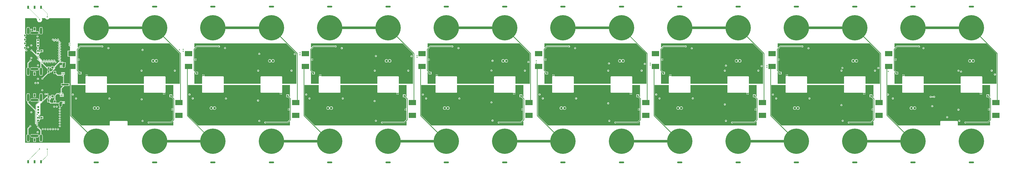
<source format=gbl>
G04*
G04 #@! TF.GenerationSoftware,Altium Limited,Altium Designer,19.0.12 (326)*
G04*
G04 Layer_Physical_Order=4*
G04 Layer_Color=16711680*
%FSLAX25Y25*%
%MOIN*%
G70*
G01*
G75*
%ADD13C,0.01000*%
%ADD34R,0.02953X0.03150*%
%ADD41R,0.03150X0.02953*%
%ADD47C,0.00400*%
%ADD48C,0.04000*%
%ADD49R,0.01968X0.03150*%
G04:AMPARAMS|DCode=50|XSize=82.68mil|YSize=27.56mil|CornerRadius=13.78mil|HoleSize=0mil|Usage=FLASHONLY|Rotation=0.000|XOffset=0mil|YOffset=0mil|HoleType=Round|Shape=RoundedRectangle|*
%AMROUNDEDRECTD50*
21,1,0.08268,0.00000,0,0,0.0*
21,1,0.05512,0.02756,0,0,0.0*
1,1,0.02756,0.02756,0.00000*
1,1,0.02756,-0.02756,0.00000*
1,1,0.02756,-0.02756,0.00000*
1,1,0.02756,0.02756,0.00000*
%
%ADD50ROUNDEDRECTD50*%
%ADD51C,0.39370*%
%ADD52C,0.03937*%
%ADD53C,0.02362*%
%ADD54C,0.01772*%
%ADD55C,0.07874*%
%ADD56R,0.00984X0.02756*%
G04:AMPARAMS|DCode=57|XSize=64.96mil|YSize=118.11mil|CornerRadius=6.5mil|HoleSize=0mil|Usage=FLASHONLY|Rotation=90.000|XOffset=0mil|YOffset=0mil|HoleType=Round|Shape=RoundedRectangle|*
%AMROUNDEDRECTD57*
21,1,0.06496,0.10512,0,0,90.0*
21,1,0.05197,0.11811,0,0,90.0*
1,1,0.01299,0.05256,0.02598*
1,1,0.01299,0.05256,-0.02598*
1,1,0.01299,-0.05256,-0.02598*
1,1,0.01299,-0.05256,0.02598*
%
%ADD57ROUNDEDRECTD57*%
%ADD58R,0.02756X0.03543*%
%ADD59R,0.11811X0.02756*%
%ADD60R,0.02992X0.05000*%
%ADD61R,0.33071X0.31496*%
%ADD62R,0.11811X0.07874*%
G36*
X110236Y241959D02*
X109850Y241642D01*
X109744Y241663D01*
X109168Y241548D01*
X108680Y241222D01*
X108353Y240734D01*
X108239Y240158D01*
X108353Y239581D01*
X108680Y239093D01*
X108700Y239080D01*
Y238580D01*
X108680Y238566D01*
X108353Y238078D01*
X108239Y237502D01*
X108353Y236926D01*
X108680Y236437D01*
X109168Y236111D01*
X109744Y235997D01*
X109850Y236017D01*
X110236Y235700D01*
Y228839D01*
X106693D01*
Y219783D01*
X110236D01*
Y85236D01*
X40675D01*
Y228603D01*
X40898Y228678D01*
X41175Y228686D01*
X41455Y228266D01*
X41944Y227940D01*
X42520Y227825D01*
X43096Y227940D01*
X43584Y228266D01*
X43910Y228755D01*
X44025Y229331D01*
X43910Y229907D01*
X43584Y230395D01*
X43096Y230721D01*
X42520Y230836D01*
X41944Y230721D01*
X41455Y230395D01*
X41175Y229975D01*
X40898Y229984D01*
X40675Y230058D01*
Y231298D01*
X41929D01*
Y235629D01*
X40675D01*
Y237993D01*
X41929D01*
Y242323D01*
X40675D01*
Y244291D01*
X41929D01*
Y248622D01*
X40675D01*
Y250591D01*
X41929D01*
Y254922D01*
X40675D01*
Y279528D01*
X57368D01*
X59006Y277889D01*
X58921Y277244D01*
X59060Y276191D01*
X59467Y275209D01*
X60114Y274366D01*
X60957Y273719D01*
X61938Y273312D01*
X62992Y273174D01*
X64045Y273312D01*
X65027Y273719D01*
X65870Y274366D01*
X66517Y275209D01*
X66923Y276191D01*
X67062Y277244D01*
X66923Y278297D01*
X66621Y279028D01*
X66922Y279528D01*
X71378D01*
X71925Y278815D01*
X72768Y278168D01*
X73750Y277761D01*
X74803Y277623D01*
X75857Y277761D01*
X76838Y278168D01*
X77681Y278815D01*
X78228Y279528D01*
X110236D01*
Y241959D01*
D02*
G37*
G36*
X1548199Y224343D02*
Y177165D01*
X1526102D01*
Y187992D01*
X1526026Y188376D01*
X1525808Y188702D01*
X1525482Y188919D01*
X1525098Y188996D01*
X1493602D01*
X1493218Y188919D01*
X1492893Y188702D01*
X1492675Y188376D01*
X1492599Y187992D01*
Y177165D01*
X1435354D01*
Y187992D01*
X1435277Y188376D01*
X1435060Y188702D01*
X1434734Y188919D01*
X1434350Y188996D01*
X1405941D01*
X1405934Y189010D01*
X1405728Y189496D01*
X1405760Y189657D01*
X1402114D01*
X1402161Y189422D01*
X1402215Y189340D01*
X1402145Y188702D01*
X1401927Y188376D01*
X1401851Y187992D01*
Y177165D01*
X1389764D01*
Y195314D01*
X1390226Y195505D01*
X1391240Y194491D01*
Y191831D01*
X1395571D01*
Y195965D01*
X1392911D01*
X1390187Y198689D01*
Y212908D01*
X1390687Y213168D01*
X1390839Y213137D01*
Y214961D01*
Y216784D01*
X1390687Y216754D01*
X1390187Y217013D01*
Y230740D01*
X1393768Y234321D01*
X1426959D01*
X1427376Y234042D01*
X1427952Y233928D01*
X1428529Y234042D01*
X1429017Y234369D01*
X1429343Y234857D01*
X1429458Y235433D01*
X1429343Y236009D01*
X1429017Y236497D01*
X1428529Y236824D01*
X1427952Y236938D01*
X1427376Y236824D01*
X1426959Y236545D01*
X1393307D01*
X1393307Y236545D01*
X1392882Y236460D01*
X1392521Y236219D01*
X1392521Y236219D01*
X1390226Y233924D01*
X1389764Y234116D01*
Y240158D01*
X1532384D01*
X1548199Y224343D01*
D02*
G37*
G36*
X1367097D02*
Y177165D01*
X1345000D01*
Y187992D01*
X1344923Y188376D01*
X1344706Y188702D01*
X1344380Y188919D01*
X1343996Y188996D01*
X1312500D01*
X1312116Y188919D01*
X1311790Y188702D01*
X1311573Y188376D01*
X1311497Y187992D01*
Y177165D01*
X1254252D01*
Y187992D01*
X1254175Y188376D01*
X1253958Y188702D01*
X1253632Y188919D01*
X1253248Y188996D01*
X1224839D01*
X1224831Y189010D01*
X1224626Y189496D01*
X1224658Y189657D01*
X1221011D01*
X1221058Y189422D01*
X1221113Y189340D01*
X1221042Y188702D01*
X1220825Y188376D01*
X1220748Y187992D01*
Y177165D01*
X1208661D01*
Y195314D01*
X1209123Y195505D01*
X1210138Y194491D01*
Y191831D01*
X1214468D01*
Y195965D01*
X1211809D01*
X1209084Y198689D01*
Y212908D01*
X1209584Y213168D01*
X1209736Y213137D01*
Y214961D01*
Y216784D01*
X1209584Y216754D01*
X1209084Y217013D01*
Y230740D01*
X1212665Y234321D01*
X1245857D01*
X1246274Y234042D01*
X1246850Y233928D01*
X1247426Y234042D01*
X1247915Y234369D01*
X1248241Y234857D01*
X1248355Y235433D01*
X1248241Y236009D01*
X1247915Y236497D01*
X1247426Y236824D01*
X1246850Y236938D01*
X1246274Y236824D01*
X1245857Y236545D01*
X1212205D01*
X1212205Y236545D01*
X1211779Y236460D01*
X1211419Y236219D01*
X1211418Y236219D01*
X1209123Y233924D01*
X1208661Y234116D01*
Y240158D01*
X1351282D01*
X1367097Y224343D01*
D02*
G37*
G36*
X1185994D02*
Y177165D01*
X1163897D01*
Y187992D01*
X1163821Y188376D01*
X1163603Y188702D01*
X1163278Y188919D01*
X1162894Y188996D01*
X1131398D01*
X1131014Y188919D01*
X1130688Y188702D01*
X1130470Y188376D01*
X1130394Y187992D01*
Y177165D01*
X1073149D01*
Y187992D01*
X1073073Y188376D01*
X1072855Y188702D01*
X1072530Y188919D01*
X1072146Y188996D01*
X1043736D01*
X1043729Y189010D01*
X1043523Y189496D01*
X1043556Y189657D01*
X1039909D01*
X1039956Y189422D01*
X1040011Y189340D01*
X1039940Y188702D01*
X1039723Y188376D01*
X1039646Y187992D01*
Y177165D01*
X1027559D01*
Y195314D01*
X1028021Y195505D01*
X1029035Y194491D01*
Y191831D01*
X1033366D01*
Y195965D01*
X1030706D01*
X1027982Y198689D01*
Y212908D01*
X1028482Y213168D01*
X1028634Y213137D01*
Y214961D01*
Y216784D01*
X1028482Y216754D01*
X1027982Y217013D01*
Y230740D01*
X1031563Y234321D01*
X1064754D01*
X1065172Y234042D01*
X1065748Y233928D01*
X1066324Y234042D01*
X1066812Y234369D01*
X1067138Y234857D01*
X1067253Y235433D01*
X1067138Y236009D01*
X1066812Y236497D01*
X1066324Y236824D01*
X1065748Y236938D01*
X1065172Y236824D01*
X1064754Y236545D01*
X1031102D01*
X1031102Y236545D01*
X1030677Y236460D01*
X1030316Y236219D01*
X1030316Y236219D01*
X1028021Y233924D01*
X1027559Y234116D01*
Y240158D01*
X1170179D01*
X1185994Y224343D01*
D02*
G37*
G36*
X1004892D02*
Y177165D01*
X982795D01*
Y187992D01*
X982718Y188376D01*
X982501Y188702D01*
X982175Y188919D01*
X981791Y188996D01*
X950295D01*
X949911Y188919D01*
X949586Y188702D01*
X949368Y188376D01*
X949292Y187992D01*
Y177165D01*
X892047D01*
Y187992D01*
X891970Y188376D01*
X891753Y188702D01*
X891427Y188919D01*
X891043Y188996D01*
X862634D01*
X862626Y189010D01*
X862421Y189496D01*
X862453Y189657D01*
X858807D01*
X858854Y189422D01*
X858908Y189340D01*
X858838Y188702D01*
X858620Y188376D01*
X858544Y187992D01*
Y177165D01*
X846457D01*
Y195314D01*
X846919Y195505D01*
X847933Y194491D01*
Y191831D01*
X852264D01*
Y195965D01*
X849604D01*
X846880Y198689D01*
Y212908D01*
X847380Y213168D01*
X847532Y213137D01*
Y214961D01*
Y216784D01*
X847380Y216754D01*
X846880Y217013D01*
Y230740D01*
X850461Y234321D01*
X883652D01*
X884069Y234042D01*
X884645Y233928D01*
X885221Y234042D01*
X885710Y234369D01*
X886036Y234857D01*
X886151Y235433D01*
X886036Y236009D01*
X885710Y236497D01*
X885221Y236824D01*
X884645Y236938D01*
X884069Y236824D01*
X883652Y236545D01*
X850000D01*
X850000Y236545D01*
X849574Y236460D01*
X849214Y236219D01*
X849214Y236219D01*
X846919Y233924D01*
X846457Y234116D01*
Y240158D01*
X989077D01*
X1004892Y224343D01*
D02*
G37*
G36*
X823790D02*
Y177165D01*
X801692D01*
Y187992D01*
X801616Y188376D01*
X801399Y188702D01*
X801073Y188919D01*
X800689Y188996D01*
X769193D01*
X768809Y188919D01*
X768483Y188702D01*
X768266Y188376D01*
X768189Y187992D01*
Y177165D01*
X710945D01*
Y187992D01*
X710868Y188376D01*
X710651Y188702D01*
X710325Y188919D01*
X709941Y188996D01*
X681532D01*
X681524Y189010D01*
X681319Y189496D01*
X681351Y189657D01*
X677704D01*
X677751Y189422D01*
X677806Y189340D01*
X677735Y188702D01*
X677518Y188376D01*
X677441Y187992D01*
Y177165D01*
X665354D01*
Y195314D01*
X665816Y195505D01*
X666831Y194491D01*
Y191831D01*
X671161D01*
Y195965D01*
X668502D01*
X665777Y198689D01*
Y212908D01*
X666277Y213168D01*
X666429Y213137D01*
Y214961D01*
Y216784D01*
X666277Y216754D01*
X665777Y217013D01*
Y230740D01*
X669358Y234321D01*
X702550D01*
X702967Y234042D01*
X703543Y233928D01*
X704119Y234042D01*
X704607Y234369D01*
X704934Y234857D01*
X705048Y235433D01*
X704934Y236009D01*
X704607Y236497D01*
X704119Y236824D01*
X703543Y236938D01*
X702967Y236824D01*
X702550Y236545D01*
X668898D01*
X668898Y236545D01*
X668472Y236460D01*
X668111Y236219D01*
X668111Y236219D01*
X665816Y233924D01*
X665354Y234116D01*
Y240158D01*
X807975D01*
X823790Y224343D01*
D02*
G37*
G36*
X642687D02*
Y177165D01*
X620590D01*
Y187992D01*
X620514Y188376D01*
X620296Y188702D01*
X619971Y188919D01*
X619587Y188996D01*
X588091D01*
X587707Y188919D01*
X587381Y188702D01*
X587163Y188376D01*
X587087Y187992D01*
Y177165D01*
X529842D01*
Y187992D01*
X529766Y188376D01*
X529548Y188702D01*
X529223Y188919D01*
X528839Y188996D01*
X500429D01*
X500422Y189010D01*
X500216Y189496D01*
X500248Y189657D01*
X496602D01*
X496649Y189422D01*
X496704Y189340D01*
X496633Y188702D01*
X496415Y188376D01*
X496339Y187992D01*
Y177165D01*
X484252D01*
Y195314D01*
X484714Y195505D01*
X485728Y194491D01*
Y191831D01*
X490059D01*
Y195965D01*
X487399D01*
X484675Y198689D01*
Y212908D01*
X485175Y213168D01*
X485327Y213137D01*
Y214961D01*
Y216784D01*
X485175Y216754D01*
X484675Y217013D01*
Y230740D01*
X488256Y234321D01*
X521447D01*
X521865Y234042D01*
X522441Y233928D01*
X523017Y234042D01*
X523505Y234369D01*
X523831Y234857D01*
X523946Y235433D01*
X523831Y236009D01*
X523505Y236497D01*
X523017Y236824D01*
X522441Y236938D01*
X521865Y236824D01*
X521447Y236545D01*
X487795D01*
X487795Y236545D01*
X487370Y236460D01*
X487009Y236219D01*
X487009Y236219D01*
X484714Y233924D01*
X484252Y234116D01*
Y240158D01*
X626872D01*
X642687Y224343D01*
D02*
G37*
G36*
X461585D02*
Y177165D01*
X439488D01*
Y187992D01*
X439411Y188376D01*
X439194Y188702D01*
X438868Y188919D01*
X438484Y188996D01*
X406988D01*
X406604Y188919D01*
X406279Y188702D01*
X406061Y188376D01*
X405985Y187992D01*
Y177165D01*
X348740D01*
Y187992D01*
X348663Y188376D01*
X348446Y188702D01*
X348120Y188919D01*
X347736Y188996D01*
X319327D01*
X319319Y189010D01*
X319114Y189496D01*
X319146Y189657D01*
X315499D01*
X315546Y189422D01*
X315601Y189340D01*
X315530Y188702D01*
X315313Y188376D01*
X315237Y187992D01*
Y177165D01*
X303150D01*
Y195314D01*
X303611Y195505D01*
X304626Y194491D01*
Y191831D01*
X308957D01*
Y195965D01*
X306297D01*
X303573Y198689D01*
Y212908D01*
X304073Y213168D01*
X304224Y213137D01*
Y214961D01*
Y216784D01*
X304073Y216754D01*
X303573Y217013D01*
Y230740D01*
X307154Y234321D01*
X340345D01*
X340762Y234042D01*
X341338Y233928D01*
X341914Y234042D01*
X342403Y234369D01*
X342729Y234857D01*
X342844Y235433D01*
X342729Y236009D01*
X342403Y236497D01*
X341914Y236824D01*
X341338Y236938D01*
X340762Y236824D01*
X340345Y236545D01*
X306693D01*
X306693Y236545D01*
X306267Y236460D01*
X305907Y236219D01*
X305907Y236219D01*
X303611Y233924D01*
X303150Y234116D01*
Y240158D01*
X445770D01*
X461585Y224343D01*
D02*
G37*
G36*
X280483D02*
Y177165D01*
X258385D01*
Y187992D01*
X258309Y188376D01*
X258091Y188702D01*
X257766Y188919D01*
X257382Y188996D01*
X225886D01*
X225502Y188919D01*
X225176Y188702D01*
X224959Y188376D01*
X224882Y187992D01*
Y177165D01*
X167637D01*
Y187992D01*
X167561Y188376D01*
X167343Y188702D01*
X167018Y188919D01*
X166634Y188996D01*
X138225D01*
X138217Y189010D01*
X138012Y189496D01*
X138044Y189657D01*
X134397D01*
X134444Y189422D01*
X134499Y189340D01*
X134428Y188702D01*
X134211Y188376D01*
X134134Y187992D01*
Y177165D01*
X122047D01*
Y195314D01*
X122509Y195505D01*
X123524Y194491D01*
Y191831D01*
X127854D01*
Y195965D01*
X125195D01*
X122470Y198689D01*
Y212908D01*
X122970Y213168D01*
X123122Y213137D01*
Y214961D01*
Y216784D01*
X122970Y216754D01*
X122470Y217013D01*
Y230740D01*
X126051Y234321D01*
X159243D01*
X159660Y234042D01*
X160236Y233928D01*
X160812Y234042D01*
X161300Y234369D01*
X161627Y234857D01*
X161741Y235433D01*
X161627Y236009D01*
X161300Y236497D01*
X160812Y236824D01*
X160236Y236938D01*
X159660Y236824D01*
X159243Y236545D01*
X125591D01*
X125591Y236545D01*
X125165Y236460D01*
X124804Y236219D01*
X124804Y236219D01*
X122509Y233924D01*
X122047Y234116D01*
Y240158D01*
X264668D01*
X280483Y224343D01*
D02*
G37*
G36*
X1538189Y157049D02*
X1537727Y156857D01*
X1536713Y157872D01*
Y160531D01*
X1532382D01*
Y156398D01*
X1535042D01*
X1537766Y153673D01*
Y139454D01*
X1537266Y139195D01*
X1537114Y139225D01*
Y137402D01*
Y135578D01*
X1537266Y135608D01*
X1537766Y135349D01*
Y121622D01*
X1534185Y118041D01*
X1500994D01*
X1500576Y118320D01*
X1500000Y118434D01*
X1499424Y118320D01*
X1498936Y117993D01*
X1498610Y117505D01*
X1498495Y116929D01*
X1498610Y116353D01*
X1498936Y115865D01*
X1499424Y115538D01*
X1500000Y115424D01*
X1500576Y115538D01*
X1500994Y115817D01*
X1534646D01*
X1534646Y115817D01*
X1535071Y115902D01*
X1535432Y116143D01*
X1537727Y118438D01*
X1538189Y118247D01*
Y112205D01*
X1488313D01*
Y118110D01*
X1488213Y118609D01*
X1487930Y119033D01*
X1487507Y119316D01*
X1487008Y119415D01*
X1462008D01*
X1461509Y119316D01*
X1461085Y119033D01*
X1460803Y118609D01*
X1460703Y118110D01*
Y112205D01*
X1395569D01*
X1379016Y128757D01*
Y158792D01*
X1379516Y159108D01*
X1379890Y159034D01*
X1380466Y159149D01*
X1380955Y159475D01*
X1381281Y159963D01*
X1381396Y160539D01*
X1381281Y161115D01*
X1380955Y161604D01*
X1380466Y161930D01*
X1379890Y162045D01*
X1379516Y161970D01*
X1379016Y162287D01*
Y175197D01*
X1401851D01*
Y164370D01*
X1401927Y163986D01*
X1402145Y163661D01*
X1402470Y163443D01*
X1402854Y163367D01*
X1434350D01*
X1434734Y163443D01*
X1435060Y163661D01*
X1435277Y163986D01*
X1435354Y164370D01*
Y175197D01*
X1492599D01*
Y164370D01*
X1492675Y163986D01*
X1492893Y163661D01*
X1493218Y163443D01*
X1493602Y163366D01*
X1522012D01*
X1522019Y163352D01*
X1522225Y162866D01*
X1522192Y162705D01*
X1525839D01*
X1525792Y162941D01*
X1525737Y163023D01*
X1525808Y163661D01*
X1526026Y163986D01*
X1526102Y164370D01*
Y175197D01*
X1538189D01*
Y157049D01*
D02*
G37*
G36*
X1357087D02*
X1356625Y156857D01*
X1355610Y157872D01*
Y160531D01*
X1351280D01*
Y156398D01*
X1353939D01*
X1356664Y153673D01*
Y139454D01*
X1356164Y139195D01*
X1356012Y139225D01*
Y137402D01*
Y135578D01*
X1356164Y135608D01*
X1356664Y135349D01*
Y121622D01*
X1353083Y118041D01*
X1319891D01*
X1319474Y118320D01*
X1318898Y118434D01*
X1318322Y118320D01*
X1317834Y117993D01*
X1317507Y117505D01*
X1317393Y116929D01*
X1317507Y116353D01*
X1317834Y115865D01*
X1318322Y115538D01*
X1318898Y115424D01*
X1319474Y115538D01*
X1319891Y115817D01*
X1353543D01*
X1353543Y115817D01*
X1353969Y115902D01*
X1354330Y116143D01*
X1356625Y118438D01*
X1357087Y118247D01*
Y112205D01*
X1214466D01*
X1198651Y128020D01*
Y175197D01*
X1220748D01*
Y164370D01*
X1220825Y163986D01*
X1221042Y163661D01*
X1221368Y163443D01*
X1221752Y163367D01*
X1253248D01*
X1253632Y163443D01*
X1253958Y163661D01*
X1254175Y163986D01*
X1254252Y164370D01*
Y175197D01*
X1311497D01*
Y164370D01*
X1311573Y163986D01*
X1311790Y163661D01*
X1312116Y163443D01*
X1312500Y163366D01*
X1340909D01*
X1340917Y163352D01*
X1341122Y162866D01*
X1341090Y162705D01*
X1344737D01*
X1344690Y162941D01*
X1344635Y163023D01*
X1344706Y163661D01*
X1344923Y163986D01*
X1345000Y164370D01*
Y175197D01*
X1357087D01*
Y157049D01*
D02*
G37*
G36*
X1175984D02*
X1175522Y156857D01*
X1174508Y157872D01*
Y160531D01*
X1170177D01*
Y156398D01*
X1172837D01*
X1175561Y153673D01*
Y139454D01*
X1175061Y139195D01*
X1174909Y139225D01*
Y137402D01*
Y135578D01*
X1175061Y135608D01*
X1175561Y135349D01*
Y121622D01*
X1171980Y118041D01*
X1138789D01*
X1138372Y118320D01*
X1137796Y118434D01*
X1137220Y118320D01*
X1136731Y117993D01*
X1136405Y117505D01*
X1136290Y116929D01*
X1136405Y116353D01*
X1136731Y115865D01*
X1137220Y115538D01*
X1137796Y115424D01*
X1138372Y115538D01*
X1138789Y115817D01*
X1172441D01*
X1172441Y115817D01*
X1172867Y115902D01*
X1173227Y116143D01*
X1175522Y118438D01*
X1175984Y118247D01*
Y112205D01*
X1033364D01*
X1017549Y128020D01*
Y175197D01*
X1039646D01*
Y164370D01*
X1039723Y163986D01*
X1039940Y163661D01*
X1040266Y163443D01*
X1040650Y163367D01*
X1072146D01*
X1072530Y163443D01*
X1072855Y163661D01*
X1073073Y163986D01*
X1073149Y164370D01*
Y175197D01*
X1130394D01*
Y164370D01*
X1130470Y163986D01*
X1130688Y163661D01*
X1131014Y163443D01*
X1131398Y163366D01*
X1159807D01*
X1159814Y163352D01*
X1160020Y162866D01*
X1159988Y162705D01*
X1163634D01*
X1163587Y162941D01*
X1163533Y163023D01*
X1163603Y163661D01*
X1163821Y163986D01*
X1163897Y164370D01*
Y175197D01*
X1175984D01*
Y157049D01*
D02*
G37*
G36*
X994882D02*
X994420Y156857D01*
X993406Y157872D01*
Y160531D01*
X989075D01*
Y156398D01*
X991735D01*
X994459Y153673D01*
Y139454D01*
X993959Y139195D01*
X993807Y139225D01*
Y137402D01*
Y135578D01*
X993959Y135608D01*
X994459Y135349D01*
Y121622D01*
X990878Y118041D01*
X957686D01*
X957269Y118320D01*
X956693Y118434D01*
X956117Y118320D01*
X955629Y117993D01*
X955302Y117505D01*
X955188Y116929D01*
X955302Y116353D01*
X955629Y115865D01*
X956117Y115538D01*
X956693Y115424D01*
X957269Y115538D01*
X957686Y115817D01*
X991339D01*
X991339Y115817D01*
X991764Y115902D01*
X992125Y116143D01*
X994420Y118438D01*
X994882Y118247D01*
Y112205D01*
X852262D01*
X836447Y128020D01*
Y175197D01*
X858544D01*
Y164370D01*
X858620Y163986D01*
X858838Y163661D01*
X859163Y163443D01*
X859547Y163367D01*
X891043D01*
X891427Y163443D01*
X891753Y163661D01*
X891970Y163986D01*
X892047Y164370D01*
Y175197D01*
X949292D01*
Y164370D01*
X949368Y163986D01*
X949586Y163661D01*
X949911Y163443D01*
X950295Y163366D01*
X978704D01*
X978712Y163352D01*
X978918Y162866D01*
X978885Y162705D01*
X982532D01*
X982485Y162941D01*
X982430Y163023D01*
X982501Y163661D01*
X982718Y163986D01*
X982795Y164370D01*
Y175197D01*
X994882D01*
Y157049D01*
D02*
G37*
G36*
X813780D02*
X813318Y156857D01*
X812303Y157872D01*
Y160531D01*
X807973D01*
Y156398D01*
X810632D01*
X813357Y153673D01*
Y139454D01*
X812857Y139195D01*
X812705Y139225D01*
Y137402D01*
Y135578D01*
X812857Y135608D01*
X813357Y135349D01*
Y121622D01*
X809776Y118041D01*
X776584D01*
X776167Y118320D01*
X775591Y118434D01*
X775015Y118320D01*
X774526Y117993D01*
X774200Y117505D01*
X774086Y116929D01*
X774200Y116353D01*
X774526Y115865D01*
X775015Y115538D01*
X775591Y115424D01*
X776167Y115538D01*
X776584Y115817D01*
X810236D01*
X810236Y115817D01*
X810662Y115902D01*
X811022Y116143D01*
X813318Y118438D01*
X813780Y118247D01*
Y112205D01*
X671159D01*
X655344Y128020D01*
Y175197D01*
X677441D01*
Y164370D01*
X677518Y163986D01*
X677735Y163661D01*
X678061Y163443D01*
X678445Y163367D01*
X709941D01*
X710325Y163443D01*
X710651Y163661D01*
X710868Y163986D01*
X710945Y164370D01*
Y175197D01*
X768189D01*
Y164370D01*
X768266Y163986D01*
X768483Y163661D01*
X768809Y163443D01*
X769193Y163366D01*
X797602D01*
X797610Y163352D01*
X797815Y162866D01*
X797783Y162705D01*
X801430D01*
X801383Y162941D01*
X801328Y163023D01*
X801399Y163661D01*
X801616Y163986D01*
X801692Y164370D01*
Y175197D01*
X813780D01*
Y157049D01*
D02*
G37*
G36*
X632677D02*
X632215Y156857D01*
X631201Y157872D01*
Y160531D01*
X626870D01*
Y156398D01*
X629530D01*
X632254Y153673D01*
Y139454D01*
X631754Y139195D01*
X631602Y139225D01*
Y137402D01*
Y135578D01*
X631754Y135608D01*
X632254Y135349D01*
Y121622D01*
X628673Y118041D01*
X595482D01*
X595064Y118320D01*
X594488Y118434D01*
X593912Y118320D01*
X593424Y117993D01*
X593098Y117505D01*
X592983Y116929D01*
X593098Y116353D01*
X593424Y115865D01*
X593912Y115538D01*
X594488Y115424D01*
X595064Y115538D01*
X595482Y115817D01*
X629134D01*
X629134Y115817D01*
X629559Y115902D01*
X629920Y116143D01*
X632215Y118438D01*
X632677Y118247D01*
Y112205D01*
X490057D01*
X474242Y128020D01*
Y175197D01*
X496339D01*
Y164370D01*
X496415Y163986D01*
X496633Y163661D01*
X496958Y163443D01*
X497342Y163367D01*
X528839D01*
X529223Y163443D01*
X529548Y163661D01*
X529766Y163986D01*
X529842Y164370D01*
Y175197D01*
X587087D01*
Y164370D01*
X587163Y163986D01*
X587381Y163661D01*
X587707Y163443D01*
X588091Y163366D01*
X616500D01*
X616507Y163352D01*
X616713Y162866D01*
X616681Y162705D01*
X620327D01*
X620280Y162941D01*
X620225Y163023D01*
X620296Y163661D01*
X620514Y163986D01*
X620590Y164370D01*
Y175197D01*
X632677D01*
Y157049D01*
D02*
G37*
G36*
X451575D02*
X451113Y156857D01*
X450098Y157872D01*
Y160531D01*
X445768D01*
Y156398D01*
X448427D01*
X451152Y153673D01*
Y139454D01*
X450652Y139195D01*
X450500Y139225D01*
Y137402D01*
Y135578D01*
X450652Y135608D01*
X451152Y135349D01*
Y121622D01*
X447571Y118041D01*
X414379D01*
X413962Y118320D01*
X413386Y118434D01*
X412810Y118320D01*
X412322Y117993D01*
X411995Y117505D01*
X411881Y116929D01*
X411995Y116353D01*
X412322Y115865D01*
X412810Y115538D01*
X413386Y115424D01*
X413962Y115538D01*
X414379Y115817D01*
X448031D01*
X448032Y115817D01*
X448457Y115902D01*
X448818Y116143D01*
X451113Y118438D01*
X451575Y118247D01*
Y112205D01*
X308954D01*
X293140Y128020D01*
Y175197D01*
X315237D01*
Y164370D01*
X315313Y163986D01*
X315531Y163661D01*
X315856Y163443D01*
X316240Y163367D01*
X347736D01*
X348120Y163443D01*
X348446Y163661D01*
X348663Y163986D01*
X348740Y164370D01*
Y175197D01*
X405985D01*
Y164370D01*
X406061Y163986D01*
X406279Y163661D01*
X406604Y163443D01*
X406988Y163366D01*
X435397D01*
X435405Y163352D01*
X435610Y162866D01*
X435578Y162705D01*
X439225D01*
X439178Y162941D01*
X439123Y163023D01*
X439194Y163661D01*
X439411Y163986D01*
X439488Y164370D01*
Y175197D01*
X451575D01*
Y157049D01*
D02*
G37*
G36*
X270472D02*
X270010Y156857D01*
X268996Y157872D01*
Y160531D01*
X264665D01*
Y156398D01*
X267325D01*
X270050Y153673D01*
Y139454D01*
X269549Y139195D01*
X269398Y139225D01*
Y137402D01*
Y135578D01*
X269549Y135608D01*
X270050Y135349D01*
Y121622D01*
X266469Y118041D01*
X233277D01*
X232860Y118320D01*
X232284Y118434D01*
X231708Y118320D01*
X231219Y117993D01*
X230893Y117505D01*
X230778Y116929D01*
X230893Y116353D01*
X231219Y115865D01*
X231708Y115538D01*
X232284Y115424D01*
X232860Y115538D01*
X233277Y115817D01*
X266929D01*
X266929Y115817D01*
X267355Y115902D01*
X267715Y116143D01*
X270010Y118438D01*
X270472Y118247D01*
Y112205D01*
X199533D01*
Y118110D01*
X199434Y118609D01*
X199151Y119033D01*
X198728Y119316D01*
X198228Y119415D01*
X173228D01*
X172729Y119316D01*
X172306Y119033D01*
X172023Y118609D01*
X171924Y118110D01*
Y112205D01*
X127852D01*
X112037Y128020D01*
Y175197D01*
X134134D01*
Y164370D01*
X134211Y163986D01*
X134428Y163661D01*
X134754Y163443D01*
X135138Y163367D01*
X166634D01*
X167018Y163443D01*
X167343Y163661D01*
X167561Y163986D01*
X167637Y164370D01*
Y175197D01*
X224882D01*
Y164370D01*
X224959Y163986D01*
X225176Y163661D01*
X225502Y163443D01*
X225886Y163367D01*
X254295D01*
X254303Y163352D01*
X254508Y162866D01*
X254476Y162705D01*
X258122D01*
X258076Y162941D01*
X258021Y163023D01*
X258091Y163661D01*
X258309Y163986D01*
X258385Y164370D01*
Y175197D01*
X270472D01*
Y157049D01*
D02*
G37*
%LPC*%
G36*
X49902Y263415D02*
X49325Y263300D01*
X48837Y262974D01*
X48511Y262486D01*
X48396Y261910D01*
X48511Y261333D01*
X48837Y260845D01*
X49325Y260519D01*
X49902Y260404D01*
X50478Y260519D01*
X50966Y260845D01*
X51292Y261333D01*
X51407Y261910D01*
X51292Y262486D01*
X50966Y262974D01*
X50478Y263300D01*
X49902Y263415D01*
D02*
G37*
G36*
X67205Y265787D02*
X63032D01*
Y264233D01*
X62855Y264003D01*
X62594Y263373D01*
X62505Y262697D01*
X62545Y262398D01*
Y256791D01*
X62634Y256115D01*
X62895Y255485D01*
X62992Y255358D01*
Y254724D01*
X63596D01*
X63851Y254528D01*
X64481Y254268D01*
X65158Y254178D01*
X65834Y254268D01*
X66464Y254528D01*
X66719Y254724D01*
X67323D01*
Y255358D01*
X67420Y255485D01*
X67681Y256115D01*
X67770Y256791D01*
Y262657D01*
X67681Y263334D01*
X67420Y263964D01*
X67205Y264245D01*
Y265787D01*
D02*
G37*
G36*
X57205D02*
X53031D01*
Y259904D01*
X53031Y259606D01*
X52615Y259404D01*
X50984D01*
X50308Y259315D01*
X49678Y259054D01*
X49422Y258858D01*
X48819D01*
Y258225D01*
X48721Y258098D01*
X48460Y257468D01*
X48371Y256791D01*
X48460Y256115D01*
X48721Y255485D01*
X48819Y255358D01*
Y254724D01*
X49422D01*
X49678Y254528D01*
X50308Y254268D01*
X50984Y254178D01*
X59252D01*
X59928Y254268D01*
X60558Y254528D01*
X60814Y254724D01*
X61417D01*
Y255358D01*
X61515Y255485D01*
X61776Y256115D01*
X61865Y256791D01*
X61776Y257468D01*
X61515Y258098D01*
X61417Y258225D01*
Y258858D01*
X60814D01*
X60558Y259054D01*
X59928Y259315D01*
X59252Y259404D01*
X57621D01*
X57205Y259606D01*
X57205Y259904D01*
Y265787D01*
D02*
G37*
G36*
X47205D02*
X43031D01*
Y264245D01*
X42816Y263964D01*
X42555Y263334D01*
X42466Y262657D01*
Y256791D01*
X42555Y256115D01*
X42816Y255485D01*
X42913Y255358D01*
Y254724D01*
X43517D01*
X43772Y254528D01*
X44403Y254268D01*
X45079Y254178D01*
X45755Y254268D01*
X46385Y254528D01*
X46641Y254724D01*
X47244D01*
Y255358D01*
X47342Y255485D01*
X47603Y256115D01*
X47692Y256791D01*
Y262398D01*
X47731Y262697D01*
X47642Y263373D01*
X47381Y264003D01*
X47205Y264233D01*
Y265787D01*
D02*
G37*
G36*
X59646Y252588D02*
X59070Y252473D01*
X58581Y252147D01*
X58255Y251659D01*
X58140Y251083D01*
X58255Y250507D01*
X58581Y250018D01*
X59070Y249692D01*
X59646Y249577D01*
X60222Y249692D01*
X60710Y250018D01*
X61036Y250507D01*
X61151Y251083D01*
X61036Y251659D01*
X60710Y252147D01*
X60222Y252473D01*
X59646Y252588D01*
D02*
G37*
G36*
X91535Y247864D02*
X90959Y247749D01*
X90471Y247423D01*
X90145Y246934D01*
X90030Y246358D01*
X89747Y246076D01*
X89665Y246092D01*
X89556Y246070D01*
X89104Y246358D01*
X88989Y246934D01*
X88663Y247423D01*
X88174Y247749D01*
X87598Y247864D01*
X87022Y247749D01*
X86534Y247423D01*
X86208Y246934D01*
X86122Y246504D01*
X85677Y246082D01*
X85630Y246092D01*
X85466Y246059D01*
X85167Y246358D01*
X85052Y246934D01*
X84726Y247423D01*
X84238Y247749D01*
X83662Y247864D01*
X83086Y247749D01*
X82597Y247423D01*
X82271Y246934D01*
X82156Y246358D01*
X82271Y245782D01*
X82597Y245294D01*
X83086Y244968D01*
X83662Y244853D01*
X83826Y244886D01*
X84125Y244587D01*
X84239Y244011D01*
X84566Y243522D01*
X85054Y243196D01*
X85630Y243081D01*
X86206Y243196D01*
X86694Y243522D01*
X87021Y244011D01*
X87106Y244441D01*
X87551Y244862D01*
X87598Y244853D01*
X87708Y244875D01*
X88160Y244587D01*
X88275Y244011D01*
X88601Y243522D01*
X89089Y243196D01*
X89665Y243081D01*
X90241Y243196D01*
X90730Y243522D01*
X91056Y244011D01*
X91171Y244587D01*
X91453Y244869D01*
X91535Y244853D01*
X92111Y244968D01*
X92600Y245294D01*
X92926Y245782D01*
X93041Y246358D01*
X92926Y246934D01*
X92600Y247423D01*
X92111Y247749D01*
X91535Y247864D01*
D02*
G37*
G36*
X62598Y247342D02*
X58268D01*
Y243512D01*
X58268Y243209D01*
X58268Y242709D01*
Y239181D01*
X58268Y238878D01*
X58268Y238378D01*
Y234547D01*
X59466D01*
X59733Y234084D01*
X59728Y234047D01*
X59270Y233742D01*
X58944Y233253D01*
X58829Y232677D01*
X58944Y232101D01*
X59270Y231613D01*
X59728Y231307D01*
X59733Y231270D01*
X59466Y230807D01*
X58268D01*
Y226878D01*
X58268Y226378D01*
X58268Y226173D01*
Y223348D01*
X57806Y223157D01*
X51937Y229026D01*
X51997Y229331D01*
X51883Y229907D01*
X51556Y230395D01*
X51068Y230721D01*
X50492Y230836D01*
X49916Y230721D01*
X49428Y230395D01*
X49101Y229907D01*
X48987Y229331D01*
X49101Y228755D01*
X49428Y228266D01*
X49916Y227940D01*
X50492Y227825D01*
X50797Y227886D01*
X58187Y220496D01*
X58187Y220496D01*
X58448Y220321D01*
X58652Y220281D01*
X58808Y220155D01*
X59001Y219760D01*
X58928Y219390D01*
X59042Y218814D01*
X59369Y218325D01*
X59857Y217999D01*
X60433Y217884D01*
X60803Y217958D01*
X61198Y217765D01*
X61324Y217608D01*
X61365Y217405D01*
X61540Y217143D01*
X61166Y216837D01*
X61009Y216942D01*
X60433Y217057D01*
X59857Y216942D01*
X59369Y216616D01*
X59042Y216127D01*
X58928Y215551D01*
X59042Y214975D01*
X59369Y214487D01*
X59857Y214161D01*
X60433Y214046D01*
X60738Y214107D01*
X64351Y210493D01*
Y202864D01*
X63851Y202657D01*
X63596Y202461D01*
X62992D01*
Y201827D01*
X62895Y201700D01*
X62634Y201070D01*
X62545Y200394D01*
Y193409D01*
X62505Y193110D01*
X62594Y192434D01*
X62855Y191804D01*
X63032Y191574D01*
Y190020D01*
X67205D01*
Y191562D01*
X67420Y191843D01*
X67681Y192473D01*
X67770Y193150D01*
Y200394D01*
X67681Y201070D01*
X67420Y201700D01*
X67323Y201827D01*
Y202461D01*
X66719D01*
X66464Y202657D01*
X65964Y202864D01*
Y208621D01*
X66426Y208813D01*
X74036Y201202D01*
X74298Y201027D01*
X74606Y200966D01*
X74705Y200476D01*
Y199606D01*
X78839D01*
Y201950D01*
X80905D01*
Y200394D01*
X83935D01*
X84127Y199932D01*
X80867Y196672D01*
X78839D01*
Y198031D01*
X74705D01*
Y193955D01*
X67529Y186779D01*
X67224Y186840D01*
X66648Y186725D01*
X66160Y186399D01*
X65834Y185911D01*
X65719Y185335D01*
X65834Y184759D01*
X66160Y184270D01*
X66648Y183944D01*
X67224Y183829D01*
X67800Y183944D01*
X68289Y184270D01*
X68615Y184759D01*
X68730Y185335D01*
X68669Y185639D01*
X76385Y193356D01*
X76560Y193617D01*
X76577Y193701D01*
X78839D01*
Y195060D01*
X81201D01*
X81201Y195060D01*
X81509Y195122D01*
X81771Y195296D01*
X86987Y200513D01*
X87162Y200774D01*
X87223Y201083D01*
Y203442D01*
X93904Y210122D01*
X98454D01*
X98516Y210051D01*
X98674Y209622D01*
X98359Y209212D01*
X98098Y208582D01*
X98009Y207906D01*
Y206299D01*
X94685D01*
Y202362D01*
X99555D01*
X99946Y202201D01*
X100622Y202112D01*
X101298Y202201D01*
X101689Y202362D01*
X102165D01*
Y202643D01*
X102470Y202877D01*
X102885Y203418D01*
X103146Y204048D01*
X103235Y204724D01*
Y206594D01*
X103543D01*
Y210728D01*
X100451D01*
X99681Y211498D01*
X99419Y211673D01*
X99111Y211734D01*
X99111Y211734D01*
X95408D01*
X95327Y211988D01*
X95325Y212234D01*
X95749Y212518D01*
X96076Y213007D01*
X96190Y213583D01*
X96076Y214159D01*
X95749Y214647D01*
X95261Y214973D01*
X94831Y215059D01*
X94409Y215504D01*
X94419Y215551D01*
X94409Y215599D01*
X94735Y216025D01*
X95261Y216129D01*
X95749Y216456D01*
X96076Y216944D01*
X96190Y217520D01*
X96076Y218096D01*
X95749Y218584D01*
X95261Y218911D01*
X94685Y219025D01*
X94397Y219478D01*
X94419Y219587D01*
X94849Y219984D01*
X95261Y220066D01*
X95749Y220392D01*
X96076Y220881D01*
X96190Y221457D01*
X96076Y222033D01*
X95749Y222521D01*
X95261Y222847D01*
X94831Y222933D01*
X94409Y223378D01*
X94419Y223425D01*
X94409Y223472D01*
X94735Y223899D01*
X95261Y224003D01*
X95749Y224330D01*
X96075Y224818D01*
X96190Y225394D01*
X96075Y225970D01*
X95749Y226458D01*
X95261Y226785D01*
X94685Y226899D01*
X94507Y227077D01*
X94507Y227648D01*
X94685Y227825D01*
X95261Y227940D01*
X95749Y228266D01*
X96076Y228755D01*
X96190Y229331D01*
X96076Y229907D01*
X95749Y230395D01*
X95261Y230721D01*
X94849Y230803D01*
X94419Y231201D01*
X94397Y231310D01*
X94685Y231762D01*
X95261Y231877D01*
X95749Y232203D01*
X96076Y232692D01*
X96190Y233268D01*
X96076Y233844D01*
X95749Y234332D01*
X95261Y234658D01*
X94831Y234744D01*
X94409Y235189D01*
X94419Y235236D01*
X94396Y235353D01*
X94749Y235706D01*
X94784Y235699D01*
X95359Y235814D01*
X95848Y236140D01*
X96174Y236629D01*
X96289Y237205D01*
X96174Y237781D01*
X95848Y238269D01*
X95359Y238595D01*
X94948Y238677D01*
X94517Y239075D01*
X94495Y239184D01*
X94784Y239636D01*
X95359Y239751D01*
X95848Y240077D01*
X96174Y240566D01*
X96289Y241142D01*
X96174Y241718D01*
X95848Y242206D01*
X95359Y242532D01*
X94929Y242618D01*
X94508Y243063D01*
X94517Y243110D01*
X94402Y243686D01*
X94076Y244175D01*
X93588Y244501D01*
X93012Y244616D01*
X92436Y244501D01*
X91947Y244175D01*
X91621Y243686D01*
X91506Y243110D01*
X91621Y242534D01*
X91947Y242046D01*
X92436Y241720D01*
X92866Y241634D01*
X93287Y241189D01*
X93278Y241142D01*
X93300Y241033D01*
X93012Y240580D01*
X92436Y240465D01*
X91947Y240139D01*
X91621Y239651D01*
X91506Y239075D01*
X91621Y238499D01*
X91947Y238010D01*
X92436Y237684D01*
X92847Y237602D01*
X92998Y237463D01*
X93006Y237231D01*
X92913Y236741D01*
X92337Y236627D01*
X91849Y236301D01*
X91523Y235812D01*
X91408Y235236D01*
X91523Y234660D01*
X91849Y234172D01*
X92337Y233845D01*
X92768Y233760D01*
X93189Y233315D01*
X93180Y233268D01*
X93202Y233159D01*
X92913Y232706D01*
X92337Y232592D01*
X91849Y232265D01*
X91523Y231777D01*
X91408Y231201D01*
X91523Y230625D01*
X91849Y230136D01*
X92337Y229810D01*
X92749Y229728D01*
X92939Y229553D01*
X92964Y228918D01*
X92913Y228867D01*
X92337Y228753D01*
X91849Y228426D01*
X91523Y227938D01*
X91408Y227362D01*
X91523Y226786D01*
X91849Y226298D01*
X92337Y225971D01*
X92913Y225857D01*
X93091Y225679D01*
X93091Y225219D01*
X92863Y224921D01*
X92337Y224816D01*
X91849Y224490D01*
X91523Y224001D01*
X91408Y223425D01*
X91523Y222849D01*
X91849Y222361D01*
X92337Y222035D01*
X92768Y221949D01*
X92874Y221836D01*
X92848Y221150D01*
X92749Y221059D01*
X92337Y220977D01*
X91849Y220651D01*
X91523Y220163D01*
X91408Y219587D01*
X91523Y219011D01*
X91849Y218522D01*
X92337Y218196D01*
X92913Y218081D01*
X93201Y217629D01*
X93180Y217520D01*
X93189Y217473D01*
X92863Y217046D01*
X92337Y216942D01*
X91849Y216616D01*
X91523Y216127D01*
X91408Y215551D01*
X91523Y214975D01*
X91849Y214487D01*
X92337Y214160D01*
X92768Y214075D01*
X93189Y213630D01*
X93180Y213583D01*
X93294Y213007D01*
X93621Y212518D01*
X94046Y212234D01*
X94044Y211988D01*
X93962Y211734D01*
X93570D01*
X93262Y211673D01*
X93000Y211498D01*
X85847Y204345D01*
X85673Y204084D01*
X85611Y203776D01*
X85611Y203775D01*
Y201456D01*
X85303Y201207D01*
X84842Y201407D01*
Y205118D01*
X80905D01*
Y203562D01*
X78839D01*
Y203937D01*
X74705D01*
Y203466D01*
X74243Y203275D01*
X68349Y209169D01*
X68374Y209251D01*
X68551Y209674D01*
X68978Y209959D01*
X69304Y210448D01*
X69419Y211024D01*
X69304Y211600D01*
X69240Y211695D01*
X69541Y212145D01*
X69882Y212077D01*
X70336Y212168D01*
X70623Y211853D01*
X70667Y211763D01*
X70558Y211600D01*
X70443Y211024D01*
X70558Y210448D01*
X70884Y209959D01*
X71373Y209633D01*
X71949Y209518D01*
X72525Y209633D01*
X73013Y209959D01*
X73339Y210448D01*
X73454Y211024D01*
X73339Y211600D01*
X73291Y211673D01*
X73591Y212123D01*
X73819Y212077D01*
X74160Y212145D01*
X74461Y211695D01*
X74397Y211600D01*
X74282Y211024D01*
X74397Y210448D01*
X74723Y209959D01*
X75212Y209633D01*
X75788Y209518D01*
X76364Y209633D01*
X76852Y209959D01*
X77178Y210448D01*
X77293Y211024D01*
X77178Y211600D01*
X77115Y211695D01*
X77416Y212145D01*
X77756Y212077D01*
X78097Y212145D01*
X78397Y211695D01*
X78334Y211600D01*
X78219Y211024D01*
X78334Y210448D01*
X78660Y209959D01*
X79148Y209633D01*
X79724Y209518D01*
X80300Y209633D01*
X80789Y209959D01*
X81115Y210448D01*
X81230Y211024D01*
X81115Y211600D01*
X81051Y211695D01*
X81352Y212145D01*
X81693Y212077D01*
X81920Y212123D01*
X82221Y211673D01*
X82172Y211600D01*
X82058Y211024D01*
X82172Y210448D01*
X82499Y209959D01*
X82987Y209633D01*
X83563Y209518D01*
X84139Y209633D01*
X84627Y209959D01*
X84954Y210448D01*
X85068Y211024D01*
X84954Y211600D01*
X84845Y211762D01*
X84889Y211852D01*
X85176Y212168D01*
X85630Y212077D01*
X85971Y212145D01*
X86272Y211695D01*
X86208Y211600D01*
X86093Y211024D01*
X86208Y210448D01*
X86534Y209959D01*
X87022Y209633D01*
X87598Y209518D01*
X88174Y209633D01*
X88663Y209959D01*
X88989Y210448D01*
X89104Y211024D01*
X88989Y211600D01*
X88663Y212088D01*
X88174Y212414D01*
X87598Y212529D01*
X87257Y212461D01*
X86957Y212911D01*
X87020Y213007D01*
X87135Y213583D01*
X87020Y214159D01*
X86694Y214647D01*
X86206Y214973D01*
X85630Y215088D01*
X85054Y214973D01*
X84565Y214647D01*
X84239Y214159D01*
X84124Y213583D01*
X84239Y213007D01*
X84348Y212844D01*
X84304Y212754D01*
X84017Y212439D01*
X83563Y212529D01*
X83336Y212484D01*
X83035Y212934D01*
X83084Y213007D01*
X83198Y213583D01*
X83084Y214159D01*
X82757Y214647D01*
X82269Y214973D01*
X81693Y215088D01*
X81117Y214973D01*
X80629Y214647D01*
X80302Y214159D01*
X80188Y213583D01*
X80302Y213007D01*
X80366Y212911D01*
X80065Y212461D01*
X79724Y212529D01*
X79383Y212461D01*
X79083Y212911D01*
X79146Y213006D01*
X79261Y213582D01*
X79146Y214159D01*
X78820Y214647D01*
X78332Y214973D01*
X77756Y215088D01*
X77180Y214973D01*
X76691Y214647D01*
X76365Y214159D01*
X76250Y213582D01*
X76365Y213006D01*
X76429Y212911D01*
X76128Y212461D01*
X75788Y212529D01*
X75446Y212461D01*
X75146Y212911D01*
X75210Y213007D01*
X75324Y213583D01*
X75210Y214159D01*
X74883Y214647D01*
X74395Y214973D01*
X73819Y215088D01*
X73243Y214973D01*
X72755Y214647D01*
X72428Y214159D01*
X72314Y213583D01*
X72428Y213007D01*
X72477Y212934D01*
X72176Y212484D01*
X71949Y212529D01*
X71494Y212439D01*
X71208Y212753D01*
X71164Y212844D01*
X71273Y213007D01*
X71387Y213583D01*
X71273Y214159D01*
X70946Y214647D01*
X70458Y214973D01*
X69882Y215088D01*
X69306Y214973D01*
X68818Y214647D01*
X68491Y214159D01*
X68377Y213583D01*
X68491Y213007D01*
X68555Y212911D01*
X68254Y212461D01*
X67913Y212529D01*
X67543Y212455D01*
X67043Y212773D01*
Y213586D01*
X66982Y213894D01*
X66807Y214156D01*
X62915Y218047D01*
Y220084D01*
X62854Y220393D01*
X62679Y220654D01*
X61697Y221636D01*
X61536Y221744D01*
X61625Y222244D01*
X62598D01*
Y223860D01*
X65412Y226673D01*
X68504D01*
Y230807D01*
X64173D01*
Y227715D01*
X63075Y226616D01*
X62598Y226847D01*
Y230807D01*
X61203D01*
X60936Y231270D01*
X60942Y231307D01*
X61399Y231613D01*
X61725Y232101D01*
X61840Y232677D01*
X61725Y233253D01*
X61399Y233742D01*
X60942Y234047D01*
X60936Y234084D01*
X61204Y234547D01*
X62598D01*
Y238378D01*
X62598Y238681D01*
X62598Y239181D01*
Y242709D01*
X62598Y243012D01*
X62598Y243512D01*
Y247342D01*
D02*
G37*
G36*
X50000Y238710D02*
X49424Y238595D01*
X48936Y238269D01*
X48609Y237781D01*
X48495Y237205D01*
X48609Y236629D01*
X48936Y236140D01*
X49424Y235814D01*
X50000Y235699D01*
X50576Y235814D01*
X51064Y236140D01*
X51391Y236629D01*
X51505Y237205D01*
X51391Y237781D01*
X51064Y238269D01*
X50576Y238595D01*
X50000Y238710D01*
D02*
G37*
G36*
X44980Y235757D02*
X44404Y235643D01*
X43916Y235316D01*
X43590Y234828D01*
X43475Y234252D01*
X43590Y233676D01*
X43916Y233188D01*
X44404Y232861D01*
X44980Y232747D01*
X45556Y232861D01*
X46045Y233188D01*
X46371Y233676D01*
X46486Y234252D01*
X46371Y234828D01*
X46045Y235316D01*
X45556Y235643D01*
X44980Y235757D01*
D02*
G37*
G36*
X50000Y219123D02*
X49424Y219009D01*
X48936Y218683D01*
X48609Y218194D01*
X48495Y217618D01*
X48609Y217042D01*
X48936Y216554D01*
X49424Y216227D01*
X50000Y216113D01*
X50576Y216227D01*
X51064Y216554D01*
X51391Y217042D01*
X51505Y217618D01*
X51391Y218194D01*
X51064Y218683D01*
X50576Y219009D01*
X50000Y219123D01*
D02*
G37*
G36*
X48917Y215088D02*
X48341Y214973D01*
X47853Y214647D01*
X47527Y214159D01*
X47412Y213583D01*
X47473Y213278D01*
X44509Y210314D01*
X44334Y210053D01*
X44273Y209744D01*
X44273Y209744D01*
Y202864D01*
X43772Y202657D01*
X43517Y202461D01*
X42913D01*
Y201827D01*
X42816Y201700D01*
X42555Y201070D01*
X42466Y200394D01*
Y193150D01*
X42555Y192473D01*
X42816Y191843D01*
X43031Y191562D01*
Y190020D01*
X47205D01*
Y191574D01*
X47381Y191804D01*
X47642Y192434D01*
X47731Y193110D01*
X47692Y193409D01*
Y200394D01*
X47603Y201070D01*
X47342Y201700D01*
X47244Y201827D01*
Y202461D01*
X46641D01*
X46385Y202657D01*
X45885Y202864D01*
Y209410D01*
X48613Y212138D01*
X48917Y212077D01*
X49493Y212192D01*
X49982Y212518D01*
X50308Y213007D01*
X50423Y213583D01*
X50308Y214159D01*
X49982Y214647D01*
X49493Y214973D01*
X48917Y215088D01*
D02*
G37*
G36*
X60433Y207706D02*
X59857Y207592D01*
X59369Y207265D01*
X59042Y206777D01*
X58928Y206201D01*
X59042Y205625D01*
X59369Y205136D01*
X59857Y204810D01*
X60433Y204696D01*
X61009Y204810D01*
X61497Y205136D01*
X61824Y205625D01*
X61938Y206201D01*
X61824Y206777D01*
X61497Y207265D01*
X61009Y207592D01*
X60433Y207706D01*
D02*
G37*
G36*
X59252Y203007D02*
X50984D01*
X50308Y202918D01*
X49678Y202657D01*
X49422Y202461D01*
X48819D01*
Y201827D01*
X48721Y201700D01*
X48460Y201070D01*
X48371Y200394D01*
X48460Y199717D01*
X48721Y199087D01*
X48819Y198960D01*
Y198327D01*
X49422D01*
X49678Y198131D01*
X50308Y197870D01*
X50984Y197781D01*
X59252D01*
X59928Y197870D01*
X60558Y198131D01*
X60814Y198327D01*
X61417D01*
Y198960D01*
X61515Y199087D01*
X61776Y199717D01*
X61865Y200394D01*
X61776Y201070D01*
X61515Y201700D01*
X61417Y201827D01*
Y202461D01*
X60814D01*
X60558Y202657D01*
X59928Y202918D01*
X59252Y203007D01*
D02*
G37*
G36*
X57205Y196201D02*
X53031D01*
Y190020D01*
X57205D01*
Y196201D01*
D02*
G37*
G36*
X60335Y186545D02*
X59759Y186430D01*
X59270Y186104D01*
X58944Y185615D01*
X58829Y185039D01*
X58944Y184463D01*
X59270Y183975D01*
X59759Y183649D01*
X60335Y183534D01*
X60911Y183649D01*
X61399Y183975D01*
X61725Y184463D01*
X61840Y185039D01*
X61725Y185615D01*
X61399Y186104D01*
X60911Y186430D01*
X60335Y186545D01*
D02*
G37*
G36*
Y179950D02*
X59759Y179836D01*
X59270Y179509D01*
X58944Y179021D01*
X58829Y178445D01*
X58944Y177869D01*
X59270Y177381D01*
X59759Y177054D01*
X60335Y176940D01*
X60911Y177054D01*
X61399Y177381D01*
X61725Y177869D01*
X61840Y178445D01*
X61725Y179021D01*
X61399Y179509D01*
X60911Y179836D01*
X60335Y179950D01*
D02*
G37*
G36*
X56496D02*
X55920Y179836D01*
X55432Y179509D01*
X55105Y179021D01*
X54991Y178445D01*
X55105Y177869D01*
X55432Y177381D01*
X55920Y177054D01*
X56496Y176940D01*
X57072Y177054D01*
X57560Y177381D01*
X57887Y177869D01*
X58001Y178445D01*
X57887Y179021D01*
X57560Y179509D01*
X57072Y179836D01*
X56496Y179950D01*
D02*
G37*
G36*
X67118Y168828D02*
X66542Y168713D01*
X66054Y168387D01*
X65727Y167899D01*
X65613Y167323D01*
X65727Y166747D01*
X66054Y166258D01*
X66542Y165932D01*
X67118Y165817D01*
X67694Y165932D01*
X68182Y166258D01*
X68509Y166747D01*
X68623Y167323D01*
X68509Y167899D01*
X68182Y168387D01*
X67694Y168713D01*
X67118Y168828D01*
D02*
G37*
G36*
X88583Y197244D02*
X84646D01*
Y192520D01*
X87714D01*
X87792Y192504D01*
X87792Y192504D01*
X87852D01*
X90562Y189794D01*
X90562Y189794D01*
X90824Y189619D01*
X91132Y189558D01*
X91132Y189558D01*
X97291D01*
X97464Y189299D01*
X97952Y188973D01*
X98528Y188858D01*
X98899Y188932D01*
X99399Y188614D01*
Y178535D01*
X99399Y178535D01*
X99061Y178072D01*
X99022Y178051D01*
X96161D01*
Y174114D01*
X98896D01*
X99087Y173652D01*
X96182Y170747D01*
X96007Y170486D01*
X95946Y170177D01*
X95946Y170177D01*
Y163168D01*
X95821Y163075D01*
X95446Y162947D01*
X95064Y163202D01*
X94488Y163316D01*
X93912Y163202D01*
X93424Y162875D01*
X93251Y162617D01*
X89665D01*
X89665Y162617D01*
X89357Y162556D01*
X89095Y162381D01*
X86044Y159330D01*
X85869Y159068D01*
X85808Y158760D01*
X85808Y158760D01*
Y151969D01*
X84646D01*
Y147755D01*
X80747D01*
X78839Y149663D01*
Y151616D01*
X80298Y153076D01*
X80298Y153076D01*
X80473Y153337D01*
X80534Y153646D01*
Y154807D01*
X80905Y155118D01*
X84842D01*
Y159843D01*
X80905D01*
Y158691D01*
X79034D01*
X78964Y158677D01*
X78048D01*
X77970Y158661D01*
X74705D01*
Y157302D01*
X73917D01*
X73609Y157241D01*
X73347Y157066D01*
X73347Y157066D01*
X68270Y151989D01*
X67770Y152196D01*
Y159213D01*
X67681Y159889D01*
X67420Y160519D01*
X67205Y160800D01*
Y162343D01*
X63032D01*
Y160788D01*
X62855Y160558D01*
X62594Y159928D01*
X62505Y159252D01*
X62545Y158953D01*
Y151969D01*
X62634Y151292D01*
X62841Y150792D01*
X61919Y149870D01*
X61484Y150063D01*
X61475Y150130D01*
X61420Y150538D01*
X61515Y150662D01*
X61776Y151292D01*
X61865Y151969D01*
X61776Y152645D01*
X61515Y153275D01*
X61417Y153402D01*
Y154035D01*
X60814D01*
X60558Y154231D01*
X59928Y154492D01*
X59252Y154581D01*
X50984D01*
X50308Y154492D01*
X49678Y154231D01*
X49422Y154035D01*
X48819D01*
Y153402D01*
X48721Y153275D01*
X48460Y152645D01*
X48371Y151969D01*
X48460Y151292D01*
X48721Y150662D01*
X48819Y150535D01*
Y149902D01*
X49422D01*
X49678Y149706D01*
X50308Y149445D01*
X50984Y149356D01*
X59252D01*
X59928Y149445D01*
X60558Y149706D01*
X60782Y149877D01*
X61210Y149816D01*
X61406Y149356D01*
X57107Y145058D01*
X56932Y144797D01*
X56871Y144488D01*
X56871Y144488D01*
Y137284D01*
X56409Y137093D01*
X45924Y147578D01*
Y149515D01*
X46385Y149706D01*
X46641Y149902D01*
X47244D01*
Y150535D01*
X47342Y150662D01*
X47603Y151292D01*
X47692Y151969D01*
Y158953D01*
X47731Y159252D01*
X47642Y159928D01*
X47381Y160558D01*
X47205Y160788D01*
Y162343D01*
X43031D01*
Y160800D01*
X42816Y160519D01*
X42555Y159889D01*
X42466Y159213D01*
Y151969D01*
X42555Y151292D01*
X42816Y150662D01*
X42913Y150535D01*
Y149902D01*
X43517D01*
X43772Y149706D01*
X44312Y149482D01*
Y147244D01*
X44312Y147244D01*
X44373Y146936D01*
X44548Y146674D01*
X55871Y135351D01*
Y115370D01*
X55871Y115370D01*
X55932Y115062D01*
X56107Y114800D01*
X57709Y113198D01*
X57648Y112894D01*
X57763Y112318D01*
X58089Y111829D01*
X58578Y111503D01*
X59153Y111388D01*
X59730Y111503D01*
X60218Y111829D01*
X60544Y112318D01*
X60659Y112894D01*
X60544Y113470D01*
X60218Y113958D01*
X60174Y113988D01*
Y114589D01*
X60319Y114686D01*
X60646Y115175D01*
X60760Y115751D01*
X60646Y116327D01*
X60319Y116815D01*
X59831Y117142D01*
X59255Y117256D01*
X58983Y117202D01*
X58558Y117512D01*
X58607Y118012D01*
X62598D01*
Y119683D01*
X62682Y119700D01*
X62944Y119875D01*
X65412Y122343D01*
X68504D01*
Y126476D01*
X64173D01*
Y123384D01*
X63075Y122286D01*
X62598Y122516D01*
Y126145D01*
X62974Y126396D01*
X63300Y126885D01*
X63415Y127461D01*
X63300Y128037D01*
X63193Y128198D01*
X64353Y129358D01*
X64353Y129358D01*
X64527Y129619D01*
X64589Y129928D01*
Y146028D01*
X74205Y155644D01*
X74705Y155578D01*
Y154331D01*
X78566D01*
X78773Y153831D01*
X77699Y152756D01*
X74705D01*
Y148425D01*
X77797D01*
X79843Y146379D01*
X80105Y146204D01*
X80413Y146143D01*
X80413Y146143D01*
X92860D01*
Y143701D01*
X92949Y143025D01*
X93210Y142394D01*
X93307Y142267D01*
Y141634D01*
X93911D01*
X94166Y141438D01*
X94796Y141177D01*
X95472Y141088D01*
X96149Y141177D01*
X96779Y141438D01*
X97034Y141634D01*
X97638D01*
Y142267D01*
X97735Y142394D01*
X97996Y143025D01*
X98085Y143701D01*
Y145869D01*
X98234Y146063D01*
X102165D01*
Y150000D01*
X97457D01*
X96905Y150229D01*
X96228Y150318D01*
X95552Y150229D01*
X95000Y150000D01*
X94685D01*
Y149786D01*
X94381Y149552D01*
X93625Y148796D01*
X93210Y148255D01*
X93002Y147755D01*
X88583D01*
Y151969D01*
X87420D01*
Y158426D01*
X89999Y161005D01*
X93251D01*
X93424Y160747D01*
X93912Y160420D01*
X94488Y160306D01*
X94685Y160144D01*
Y157087D01*
X100394D01*
Y161024D01*
X100210D01*
X100118Y161099D01*
X99857Y161524D01*
X99935Y161917D01*
X99821Y162493D01*
X99494Y162982D01*
X99006Y163308D01*
X98430Y163423D01*
X98058Y163349D01*
X97558Y163666D01*
Y169843D01*
X101484Y173769D01*
X101484Y173769D01*
X101658Y174031D01*
X101675Y174114D01*
X109153D01*
Y178051D01*
X101675D01*
X101658Y178135D01*
X101484Y178396D01*
X101011Y178869D01*
Y191058D01*
X101398Y191339D01*
X102165D01*
Y195276D01*
X96457D01*
Y191339D01*
X96027Y191170D01*
X91466D01*
X88756Y193880D01*
X88583Y193996D01*
Y197244D01*
D02*
G37*
G36*
X75197Y162726D02*
X74621Y162611D01*
X74132Y162285D01*
X73839Y161846D01*
X73573Y161820D01*
X73306Y161846D01*
X73013Y162285D01*
X72525Y162611D01*
X71949Y162726D01*
X71373Y162611D01*
X70884Y162285D01*
X70558Y161796D01*
X70443Y161221D01*
X70558Y160644D01*
X70884Y160156D01*
X71373Y159830D01*
X71949Y159715D01*
X72525Y159830D01*
X73013Y160156D01*
X73306Y160595D01*
X73573Y160621D01*
X73839Y160595D01*
X74132Y160156D01*
X74621Y159830D01*
X75197Y159715D01*
X75773Y159830D01*
X76261Y160156D01*
X76588Y160644D01*
X76702Y161221D01*
X76588Y161796D01*
X76261Y162285D01*
X75773Y162611D01*
X75197Y162726D01*
D02*
G37*
G36*
X57205Y162343D02*
X53031D01*
Y156161D01*
X57205D01*
Y162343D01*
D02*
G37*
G36*
X89567Y143139D02*
X88991Y143025D01*
X88503Y142698D01*
X88176Y142210D01*
X88062Y141634D01*
X88176Y141058D01*
X88503Y140569D01*
X88991Y140243D01*
X89567Y140129D01*
X90143Y140243D01*
X90631Y140569D01*
X90958Y141058D01*
X91072Y141634D01*
X90958Y142210D01*
X90631Y142698D01*
X90143Y143025D01*
X89567Y143139D01*
D02*
G37*
G36*
X85630D02*
X85054Y143025D01*
X84565Y142698D01*
X84239Y142210D01*
X84124Y141634D01*
X84239Y141058D01*
X84565Y140569D01*
X85054Y140243D01*
X85630Y140129D01*
X86206Y140243D01*
X86694Y140569D01*
X87020Y141058D01*
X87135Y141634D01*
X87020Y142210D01*
X86694Y142698D01*
X86206Y143025D01*
X85630Y143139D01*
D02*
G37*
G36*
X94390Y140285D02*
X93814Y140170D01*
X93325Y139844D01*
X92999Y139356D01*
X92884Y138779D01*
X92999Y138204D01*
X93325Y137715D01*
X93814Y137389D01*
X94390Y137274D01*
X94966Y137389D01*
X95454Y137715D01*
X95780Y138204D01*
X95895Y138779D01*
X95780Y139356D01*
X95454Y139844D01*
X94966Y140170D01*
X94390Y140285D01*
D02*
G37*
G36*
Y136348D02*
X93814Y136233D01*
X93325Y135907D01*
X92999Y135419D01*
X92884Y134843D01*
X92999Y134266D01*
X93325Y133778D01*
X93814Y133452D01*
X94390Y133337D01*
X94966Y133452D01*
X95454Y133778D01*
X95780Y134266D01*
X95895Y134843D01*
X95780Y135419D01*
X95454Y135907D01*
X94966Y136233D01*
X94390Y136348D01*
D02*
G37*
G36*
X50000Y134379D02*
X49424Y134265D01*
X48936Y133938D01*
X48609Y133450D01*
X48495Y132874D01*
X48609Y132298D01*
X48936Y131810D01*
X49424Y131483D01*
X50000Y131369D01*
X50576Y131483D01*
X51064Y131810D01*
X51391Y132298D01*
X51505Y132874D01*
X51391Y133450D01*
X51064Y133938D01*
X50576Y134265D01*
X50000Y134379D01*
D02*
G37*
G36*
X94390Y132411D02*
X93814Y132296D01*
X93325Y131970D01*
X92999Y131482D01*
X92884Y130905D01*
X92999Y130330D01*
X93325Y129841D01*
X93814Y129515D01*
X94390Y129400D01*
X94966Y129515D01*
X95454Y129841D01*
X95780Y130330D01*
X95895Y130905D01*
X95780Y131482D01*
X95454Y131970D01*
X94966Y132296D01*
X94390Y132411D01*
D02*
G37*
G36*
Y128474D02*
X93814Y128359D01*
X93325Y128033D01*
X92999Y127545D01*
X92884Y126969D01*
X92999Y126392D01*
X93325Y125904D01*
X93814Y125578D01*
X94390Y125463D01*
X94966Y125578D01*
X95454Y125904D01*
X95780Y126392D01*
X95895Y126969D01*
X95780Y127545D01*
X95454Y128033D01*
X94966Y128359D01*
X94390Y128474D01*
D02*
G37*
G36*
Y124537D02*
X93814Y124422D01*
X93325Y124096D01*
X92999Y123608D01*
X92884Y123031D01*
X92999Y122455D01*
X93325Y121967D01*
X93814Y121641D01*
X94390Y121526D01*
X94966Y121641D01*
X95454Y121967D01*
X95780Y122455D01*
X95895Y123031D01*
X95780Y123608D01*
X95454Y124096D01*
X94966Y124422D01*
X94390Y124537D01*
D02*
G37*
G36*
Y120600D02*
X93814Y120485D01*
X93325Y120159D01*
X92999Y119670D01*
X92884Y119095D01*
X92999Y118518D01*
X93325Y118030D01*
X93814Y117704D01*
X94390Y117589D01*
X94966Y117704D01*
X95454Y118030D01*
X95780Y118518D01*
X95895Y119095D01*
X95780Y119670D01*
X95454Y120159D01*
X94966Y120485D01*
X94390Y120600D01*
D02*
G37*
G36*
Y116761D02*
X93814Y116647D01*
X93325Y116320D01*
X92999Y115832D01*
X92884Y115256D01*
X92999Y114680D01*
X93325Y114191D01*
X93814Y113865D01*
X94390Y113751D01*
X94966Y113865D01*
X95454Y114191D01*
X95780Y114680D01*
X95895Y115256D01*
X95780Y115832D01*
X95454Y116320D01*
X94966Y116647D01*
X94390Y116761D01*
D02*
G37*
G36*
Y112726D02*
X93814Y112611D01*
X93325Y112285D01*
X92999Y111796D01*
X92884Y111221D01*
X92999Y110644D01*
X93325Y110156D01*
X93814Y109830D01*
X94390Y109715D01*
X94966Y109830D01*
X95454Y110156D01*
X95780Y110644D01*
X95895Y111221D01*
X95780Y111796D01*
X95454Y112285D01*
X94966Y112611D01*
X94390Y112726D01*
D02*
G37*
G36*
X48622D02*
X48046Y112611D01*
X47558Y112285D01*
X47231Y111796D01*
X47117Y111221D01*
X47177Y110916D01*
X44509Y108247D01*
X44334Y107986D01*
X44273Y107677D01*
X44273Y107677D01*
Y98435D01*
X43772Y98227D01*
X43517Y98032D01*
X42913D01*
Y97398D01*
X42816Y97271D01*
X42555Y96641D01*
X42466Y95965D01*
Y89705D01*
X42555Y89028D01*
X42816Y88398D01*
X43031Y88117D01*
Y86575D01*
X47205D01*
Y88129D01*
X47381Y88359D01*
X47642Y88989D01*
X47731Y89665D01*
X47692Y89964D01*
Y95965D01*
X47603Y96641D01*
X47342Y97271D01*
X47244Y97398D01*
Y98032D01*
X46641D01*
X46385Y98227D01*
X45885Y98435D01*
Y107343D01*
X48317Y109776D01*
X48622Y109715D01*
X49198Y109830D01*
X49687Y110156D01*
X50013Y110644D01*
X50127Y111221D01*
X50013Y111796D01*
X49687Y112285D01*
X49198Y112611D01*
X48622Y112726D01*
D02*
G37*
G36*
X87598Y108100D02*
X87022Y107985D01*
X86534Y107659D01*
X86208Y107170D01*
X86093Y106595D01*
X86208Y106018D01*
X86534Y105530D01*
X87022Y105204D01*
X87598Y105089D01*
X88174Y105204D01*
X88663Y105530D01*
X88989Y106018D01*
X89104Y106595D01*
X88989Y107170D01*
X88663Y107659D01*
X88174Y107985D01*
X87598Y108100D01*
D02*
G37*
G36*
X71850D02*
X71274Y107985D01*
X70786Y107659D01*
X70460Y107170D01*
X70345Y106595D01*
X70460Y106018D01*
X70786Y105530D01*
X71274Y105204D01*
X71850Y105089D01*
X72426Y105204D01*
X72915Y105530D01*
X73241Y106018D01*
X73356Y106595D01*
X73241Y107170D01*
X72915Y107659D01*
X72426Y107985D01*
X71850Y108100D01*
D02*
G37*
G36*
X67913D02*
X67337Y107985D01*
X66849Y107659D01*
X66523Y107170D01*
X66408Y106595D01*
X66523Y106018D01*
X66849Y105530D01*
X67337Y105204D01*
X67913Y105089D01*
X68489Y105204D01*
X68978Y105530D01*
X69304Y106018D01*
X69419Y106595D01*
X69304Y107170D01*
X68978Y107659D01*
X68489Y107985D01*
X67913Y108100D01*
D02*
G37*
G36*
X91535Y108001D02*
X90959Y107887D01*
X90471Y107561D01*
X90145Y107072D01*
X90030Y106496D01*
X90145Y105920D01*
X90471Y105432D01*
X90959Y105105D01*
X91535Y104991D01*
X92111Y105105D01*
X92600Y105432D01*
X92926Y105920D01*
X93041Y106496D01*
X92926Y107072D01*
X92600Y107561D01*
X92111Y107887D01*
X91535Y108001D01*
D02*
G37*
G36*
X83662D02*
X83086Y107887D01*
X82597Y107561D01*
X82271Y107072D01*
X82156Y106496D01*
X82271Y105920D01*
X82597Y105432D01*
X83086Y105105D01*
X83662Y104991D01*
X84238Y105105D01*
X84726Y105432D01*
X85052Y105920D01*
X85167Y106496D01*
X85052Y107072D01*
X84726Y107561D01*
X84238Y107887D01*
X83662Y108001D01*
D02*
G37*
G36*
X79724D02*
X79148Y107887D01*
X78660Y107561D01*
X78334Y107072D01*
X78219Y106496D01*
X78334Y105920D01*
X78660Y105432D01*
X79148Y105105D01*
X79724Y104991D01*
X80300Y105105D01*
X80789Y105432D01*
X81115Y105920D01*
X81230Y106496D01*
X81115Y107072D01*
X80789Y107561D01*
X80300Y107887D01*
X79724Y108001D01*
D02*
G37*
G36*
X75787D02*
X75211Y107887D01*
X74723Y107561D01*
X74397Y107072D01*
X74282Y106496D01*
X74397Y105920D01*
X74723Y105432D01*
X75211Y105105D01*
X75787Y104991D01*
X76363Y105105D01*
X76852Y105432D01*
X77178Y105920D01*
X77293Y106496D01*
X77178Y107072D01*
X76852Y107561D01*
X76363Y107887D01*
X75787Y108001D01*
D02*
G37*
G36*
X60039Y103277D02*
X59463Y103162D01*
X58975Y102836D01*
X58649Y102348D01*
X58534Y101772D01*
X58649Y101196D01*
X58975Y100707D01*
X59463Y100381D01*
X60039Y100266D01*
X60615Y100381D01*
X61104Y100707D01*
X61430Y101196D01*
X61545Y101772D01*
X61430Y102348D01*
X61104Y102836D01*
X60615Y103162D01*
X60039Y103277D01*
D02*
G37*
G36*
X59252Y98577D02*
X50984D01*
X50308Y98488D01*
X49678Y98227D01*
X49422Y98032D01*
X48819D01*
Y97398D01*
X48721Y97271D01*
X48460Y96641D01*
X48371Y95965D01*
X48460Y95288D01*
X48721Y94658D01*
X48819Y94531D01*
Y93898D01*
X49422D01*
X49678Y93702D01*
X50308Y93441D01*
X50984Y93352D01*
X59252D01*
X59928Y93441D01*
X60558Y93702D01*
X60814Y93898D01*
X61417D01*
Y94531D01*
X61515Y94658D01*
X61776Y95288D01*
X61865Y95965D01*
X61776Y96641D01*
X61515Y97271D01*
X61417Y97398D01*
Y98032D01*
X60814D01*
X60558Y98227D01*
X59928Y98488D01*
X59252Y98577D01*
D02*
G37*
G36*
X60728Y110757D02*
X60152Y110643D01*
X59664Y110316D01*
X59338Y109828D01*
X59223Y109252D01*
X59338Y108676D01*
X59664Y108188D01*
X60152Y107861D01*
X60728Y107747D01*
X61033Y107807D01*
X64351Y104489D01*
Y98435D01*
X63851Y98227D01*
X63596Y98032D01*
X62992D01*
Y97398D01*
X62895Y97271D01*
X62634Y96641D01*
X62545Y95965D01*
Y89964D01*
X62505Y89665D01*
X62594Y88989D01*
X62855Y88359D01*
X63032Y88129D01*
Y86575D01*
X67205D01*
Y88117D01*
X67420Y88398D01*
X67681Y89028D01*
X67770Y89705D01*
Y95965D01*
X67681Y96641D01*
X67420Y97271D01*
X67323Y97398D01*
Y98032D01*
X66719D01*
X66464Y98227D01*
X65964Y98435D01*
Y104823D01*
X65964Y104823D01*
X65902Y105131D01*
X65727Y105393D01*
X65727Y105393D01*
X62173Y108947D01*
X62234Y109252D01*
X62119Y109828D01*
X61793Y110316D01*
X61304Y110643D01*
X60728Y110757D01*
D02*
G37*
G36*
X57205Y92756D02*
X53031D01*
Y86575D01*
X57205D01*
Y92756D01*
D02*
G37*
G36*
X1434842Y234379D02*
X1434266Y234265D01*
X1433778Y233938D01*
X1433452Y233450D01*
X1433337Y232874D01*
X1433452Y232298D01*
X1433778Y231810D01*
X1434266Y231483D01*
X1434842Y231369D01*
X1435419Y231483D01*
X1435907Y231810D01*
X1436233Y232298D01*
X1436348Y232874D01*
X1436233Y233450D01*
X1435907Y233938D01*
X1435419Y234265D01*
X1434842Y234379D01*
D02*
G37*
G36*
X1391839Y216784D02*
Y215461D01*
X1393162D01*
X1393115Y215696D01*
X1392698Y216320D01*
X1392074Y216737D01*
X1391839Y216784D01*
D02*
G37*
G36*
X1511811Y215573D02*
X1511143Y215485D01*
X1510520Y215227D01*
X1509986Y214817D01*
X1509634Y214359D01*
X1509350Y214317D01*
X1509066Y214359D01*
X1508715Y214817D01*
X1508180Y215227D01*
X1507558Y215485D01*
X1506890Y215573D01*
X1506222Y215485D01*
X1505599Y215227D01*
X1505065Y214817D01*
X1504654Y214283D01*
X1504397Y213660D01*
X1504309Y212992D01*
X1504397Y212324D01*
X1504654Y211702D01*
X1505065Y211167D01*
X1505599Y210757D01*
X1506222Y210499D01*
X1506890Y210411D01*
X1507558Y210499D01*
X1508180Y210757D01*
X1508715Y211167D01*
X1509066Y211625D01*
X1509350Y211668D01*
X1509634Y211625D01*
X1509986Y211167D01*
X1510520Y210757D01*
X1511143Y210499D01*
X1511811Y210411D01*
X1512479Y210499D01*
X1513102Y210757D01*
X1513636Y211167D01*
X1514046Y211702D01*
X1514304Y212324D01*
X1514392Y212992D01*
X1514304Y213660D01*
X1514046Y214283D01*
X1513636Y214817D01*
X1513102Y215227D01*
X1512479Y215485D01*
X1511811Y215573D01*
D02*
G37*
G36*
X1393162Y214461D02*
X1391839D01*
Y213137D01*
X1392074Y213184D01*
X1392698Y213601D01*
X1393115Y214225D01*
X1393162Y214461D01*
D02*
G37*
G36*
X1540650Y199340D02*
X1540074Y199225D01*
X1539585Y198899D01*
X1539259Y198411D01*
X1539144Y197835D01*
X1539259Y197259D01*
X1539585Y196770D01*
X1540074Y196444D01*
X1540650Y196329D01*
X1541226Y196444D01*
X1541714Y196770D01*
X1542040Y197259D01*
X1542155Y197835D01*
X1542040Y198411D01*
X1541714Y198899D01*
X1541226Y199225D01*
X1540650Y199340D01*
D02*
G37*
G36*
X1488976Y199241D02*
X1488400Y199127D01*
X1487912Y198801D01*
X1487586Y198312D01*
X1487471Y197736D01*
X1487586Y197160D01*
X1487912Y196672D01*
X1488400Y196345D01*
X1488976Y196231D01*
X1489552Y196345D01*
X1490041Y196672D01*
X1490367Y197160D01*
X1490482Y197736D01*
X1490367Y198312D01*
X1490041Y198801D01*
X1489552Y199127D01*
X1488976Y199241D01*
D02*
G37*
G36*
X1493110Y197864D02*
X1492534Y197749D01*
X1492046Y197423D01*
X1491720Y196934D01*
X1491605Y196358D01*
X1491720Y195782D01*
X1492046Y195294D01*
X1492534Y194968D01*
X1493110Y194853D01*
X1493686Y194968D01*
X1494175Y195294D01*
X1494501Y195782D01*
X1494615Y196358D01*
X1494501Y196934D01*
X1494175Y197423D01*
X1493686Y197749D01*
X1493110Y197864D01*
D02*
G37*
G36*
X1404437Y191981D02*
Y190657D01*
X1405760D01*
X1405713Y190893D01*
X1405297Y191517D01*
X1404673Y191934D01*
X1404437Y191981D01*
D02*
G37*
G36*
X1403437D02*
X1403201Y191934D01*
X1402577Y191517D01*
X1402161Y190893D01*
X1402114Y190657D01*
X1403437D01*
Y191981D01*
D02*
G37*
G36*
X1545669Y193336D02*
X1545093Y193221D01*
X1544605Y192895D01*
X1544279Y192407D01*
X1544164Y191831D01*
X1544279Y191255D01*
X1544605Y190766D01*
X1545093Y190440D01*
X1545669Y190325D01*
X1546245Y190440D01*
X1546734Y190766D01*
X1547060Y191255D01*
X1547175Y191831D01*
X1547060Y192407D01*
X1546734Y192895D01*
X1546245Y193221D01*
X1545669Y193336D01*
D02*
G37*
G36*
X1256299Y234183D02*
X1255723Y234068D01*
X1255235Y233742D01*
X1254908Y233253D01*
X1254794Y232677D01*
X1254908Y232101D01*
X1255235Y231613D01*
X1255723Y231287D01*
X1256299Y231172D01*
X1256875Y231287D01*
X1257364Y231613D01*
X1257690Y232101D01*
X1257804Y232677D01*
X1257690Y233253D01*
X1257364Y233742D01*
X1256875Y234068D01*
X1256299Y234183D01*
D02*
G37*
G36*
X1210736Y216784D02*
Y215461D01*
X1212059D01*
X1212013Y215696D01*
X1211596Y216320D01*
X1210972Y216737D01*
X1210736Y216784D01*
D02*
G37*
G36*
X1330709Y215573D02*
X1330041Y215485D01*
X1329418Y215227D01*
X1328883Y214817D01*
X1328532Y214359D01*
X1328248Y214317D01*
X1327964Y214359D01*
X1327612Y214817D01*
X1327078Y215227D01*
X1326455Y215485D01*
X1325787Y215573D01*
X1325119Y215485D01*
X1324497Y215227D01*
X1323962Y214817D01*
X1323552Y214283D01*
X1323294Y213660D01*
X1323206Y212992D01*
X1323294Y212324D01*
X1323552Y211702D01*
X1323962Y211167D01*
X1324497Y210757D01*
X1325119Y210499D01*
X1325787Y210411D01*
X1326455Y210499D01*
X1327078Y210757D01*
X1327612Y211167D01*
X1327964Y211625D01*
X1328248Y211668D01*
X1328532Y211625D01*
X1328883Y211167D01*
X1329418Y210757D01*
X1330041Y210499D01*
X1330709Y210411D01*
X1331377Y210499D01*
X1331999Y210757D01*
X1332534Y211167D01*
X1332944Y211702D01*
X1333202Y212324D01*
X1333290Y212992D01*
X1333202Y213660D01*
X1332944Y214283D01*
X1332534Y214817D01*
X1331999Y215227D01*
X1331377Y215485D01*
X1330709Y215573D01*
D02*
G37*
G36*
X1212059Y214461D02*
X1210736D01*
Y213137D01*
X1210972Y213184D01*
X1211596Y213601D01*
X1212013Y214225D01*
X1212059Y214461D01*
D02*
G37*
G36*
X1308957Y203572D02*
X1308381Y203458D01*
X1307892Y203131D01*
X1307566Y202643D01*
X1307451Y202067D01*
X1307566Y201491D01*
X1307892Y201003D01*
X1308381Y200676D01*
X1308957Y200562D01*
X1309533Y200676D01*
X1310021Y201003D01*
X1310347Y201491D01*
X1310462Y202067D01*
X1310347Y202643D01*
X1310021Y203131D01*
X1309533Y203458D01*
X1308957Y203572D01*
D02*
G37*
G36*
X1364665Y203474D02*
X1364089Y203359D01*
X1363601Y203033D01*
X1363275Y202545D01*
X1363160Y201969D01*
X1363275Y201393D01*
X1363601Y200904D01*
X1364089Y200578D01*
X1364665Y200463D01*
X1365241Y200578D01*
X1365730Y200904D01*
X1366056Y201393D01*
X1366171Y201969D01*
X1366056Y202545D01*
X1365730Y203033D01*
X1365241Y203359D01*
X1364665Y203474D01*
D02*
G37*
G36*
X1307579Y199340D02*
X1307003Y199225D01*
X1306514Y198899D01*
X1306188Y198411D01*
X1306073Y197835D01*
X1306188Y197259D01*
X1306514Y196770D01*
X1307003Y196444D01*
X1307579Y196329D01*
X1308155Y196444D01*
X1308643Y196770D01*
X1308969Y197259D01*
X1309084Y197835D01*
X1308969Y198411D01*
X1308643Y198899D01*
X1308155Y199225D01*
X1307579Y199340D01*
D02*
G37*
G36*
X1359547Y199340D02*
X1358971Y199225D01*
X1358483Y198899D01*
X1358156Y198411D01*
X1358042Y197835D01*
X1358156Y197259D01*
X1358483Y196770D01*
X1358971Y196444D01*
X1359547Y196329D01*
X1360123Y196444D01*
X1360612Y196770D01*
X1360938Y197259D01*
X1361053Y197835D01*
X1360938Y198411D01*
X1360612Y198899D01*
X1360123Y199225D01*
X1359547Y199340D01*
D02*
G37*
G36*
X1223335Y191981D02*
Y190657D01*
X1224658D01*
X1224611Y190893D01*
X1224194Y191517D01*
X1223570Y191934D01*
X1223335Y191981D01*
D02*
G37*
G36*
X1222335D02*
X1222099Y191934D01*
X1221475Y191517D01*
X1221058Y190893D01*
X1221011Y190657D01*
X1222335D01*
Y191981D01*
D02*
G37*
G36*
X1075295Y234183D02*
X1074719Y234068D01*
X1074231Y233742D01*
X1073905Y233253D01*
X1073790Y232677D01*
X1073905Y232101D01*
X1074231Y231613D01*
X1074719Y231287D01*
X1075295Y231172D01*
X1075871Y231287D01*
X1076360Y231613D01*
X1076686Y232101D01*
X1076801Y232677D01*
X1076686Y233253D01*
X1076360Y233742D01*
X1075871Y234068D01*
X1075295Y234183D01*
D02*
G37*
G36*
X1029634Y216784D02*
Y215461D01*
X1030957D01*
X1030910Y215696D01*
X1030494Y216320D01*
X1029870Y216737D01*
X1029634Y216784D01*
D02*
G37*
G36*
X1149606Y215573D02*
X1148938Y215485D01*
X1148316Y215227D01*
X1147781Y214817D01*
X1147430Y214359D01*
X1147146Y214317D01*
X1146861Y214359D01*
X1146510Y214817D01*
X1145976Y215227D01*
X1145353Y215485D01*
X1144685Y215573D01*
X1144017Y215485D01*
X1143394Y215227D01*
X1142860Y214817D01*
X1142450Y214283D01*
X1142192Y213660D01*
X1142104Y212992D01*
X1142192Y212324D01*
X1142450Y211702D01*
X1142860Y211167D01*
X1143394Y210757D01*
X1144017Y210499D01*
X1144685Y210411D01*
X1145353Y210499D01*
X1145976Y210757D01*
X1146510Y211167D01*
X1146861Y211625D01*
X1147146Y211668D01*
X1147430Y211625D01*
X1147781Y211167D01*
X1148316Y210757D01*
X1148938Y210499D01*
X1149606Y210411D01*
X1150274Y210499D01*
X1150897Y210757D01*
X1151431Y211167D01*
X1151842Y211702D01*
X1152100Y212324D01*
X1152187Y212992D01*
X1152100Y213660D01*
X1151842Y214283D01*
X1151431Y214817D01*
X1150897Y215227D01*
X1150274Y215485D01*
X1149606Y215573D01*
D02*
G37*
G36*
X1030957Y214461D02*
X1029634D01*
Y213137D01*
X1029870Y213184D01*
X1030494Y213601D01*
X1030910Y214225D01*
X1030957Y214461D01*
D02*
G37*
G36*
X1128248Y207214D02*
X1127672Y207099D01*
X1127184Y206773D01*
X1126857Y206285D01*
X1126743Y205709D01*
X1126857Y205133D01*
X1127184Y204644D01*
X1127672Y204318D01*
X1128248Y204203D01*
X1128824Y204318D01*
X1129312Y204644D01*
X1129639Y205133D01*
X1129753Y205709D01*
X1129639Y206285D01*
X1129312Y206773D01*
X1128824Y207099D01*
X1128248Y207214D01*
D02*
G37*
G36*
X1183563Y206427D02*
X1182987Y206312D01*
X1182499Y205986D01*
X1182172Y205497D01*
X1182058Y204921D01*
X1182172Y204345D01*
X1182499Y203857D01*
X1182987Y203531D01*
X1183563Y203416D01*
X1184139Y203531D01*
X1184627Y203857D01*
X1184954Y204345D01*
X1185068Y204921D01*
X1184954Y205497D01*
X1184627Y205986D01*
X1184139Y206312D01*
X1183563Y206427D01*
D02*
G37*
G36*
X1126476Y199340D02*
X1125900Y199225D01*
X1125412Y198899D01*
X1125086Y198411D01*
X1124971Y197835D01*
X1125086Y197259D01*
X1125412Y196770D01*
X1125900Y196444D01*
X1126476Y196329D01*
X1127052Y196444D01*
X1127541Y196770D01*
X1127867Y197259D01*
X1127982Y197835D01*
X1127867Y198411D01*
X1127541Y198899D01*
X1127052Y199225D01*
X1126476Y199340D01*
D02*
G37*
G36*
X1178445Y199340D02*
X1177869Y199225D01*
X1177380Y198899D01*
X1177054Y198411D01*
X1176940Y197835D01*
X1177054Y197259D01*
X1177380Y196770D01*
X1177869Y196444D01*
X1178445Y196329D01*
X1179021Y196444D01*
X1179509Y196770D01*
X1179836Y197259D01*
X1179950Y197835D01*
X1179836Y198411D01*
X1179509Y198899D01*
X1179021Y199225D01*
X1178445Y199340D01*
D02*
G37*
G36*
X1042232Y191981D02*
Y190657D01*
X1043556D01*
X1043509Y190893D01*
X1043092Y191517D01*
X1042468Y191934D01*
X1042232Y191981D01*
D02*
G37*
G36*
X1041232D02*
X1040996Y191934D01*
X1040373Y191517D01*
X1039956Y190893D01*
X1039909Y190657D01*
X1041232D01*
Y191981D01*
D02*
G37*
G36*
X894094Y234379D02*
X893518Y234265D01*
X893030Y233938D01*
X892704Y233450D01*
X892589Y232874D01*
X892704Y232298D01*
X893030Y231810D01*
X893518Y231483D01*
X894094Y231369D01*
X894670Y231483D01*
X895159Y231810D01*
X895485Y232298D01*
X895600Y232874D01*
X895485Y233450D01*
X895159Y233938D01*
X894670Y234265D01*
X894094Y234379D01*
D02*
G37*
G36*
X848532Y216784D02*
Y215461D01*
X849855D01*
X849808Y215696D01*
X849391Y216320D01*
X848767Y216737D01*
X848532Y216784D01*
D02*
G37*
G36*
X968504Y215573D02*
X967836Y215485D01*
X967213Y215227D01*
X966679Y214817D01*
X966327Y214359D01*
X966043Y214317D01*
X965759Y214359D01*
X965408Y214817D01*
X964873Y215227D01*
X964251Y215485D01*
X963583Y215573D01*
X962915Y215485D01*
X962292Y215227D01*
X961757Y214817D01*
X961347Y214283D01*
X961090Y213660D01*
X961001Y212992D01*
X961090Y212324D01*
X961347Y211702D01*
X961757Y211167D01*
X962292Y210757D01*
X962915Y210499D01*
X963583Y210411D01*
X964251Y210499D01*
X964873Y210757D01*
X965408Y211167D01*
X965759Y211625D01*
X966043Y211668D01*
X966327Y211625D01*
X966679Y211167D01*
X967213Y210757D01*
X967836Y210499D01*
X968504Y210411D01*
X969172Y210499D01*
X969794Y210757D01*
X970329Y211167D01*
X970739Y211702D01*
X970997Y212324D01*
X971085Y212992D01*
X970997Y213660D01*
X970739Y214283D01*
X970329Y214817D01*
X969794Y215227D01*
X969172Y215485D01*
X968504Y215573D01*
D02*
G37*
G36*
X849855Y214461D02*
X848532D01*
Y213137D01*
X848767Y213184D01*
X849391Y213601D01*
X849808Y214225D01*
X849855Y214461D01*
D02*
G37*
G36*
X946653Y210560D02*
X946078Y210446D01*
X945589Y210120D01*
X945263Y209631D01*
X945148Y209055D01*
X945263Y208479D01*
X945589Y207991D01*
X946078Y207664D01*
X946653Y207550D01*
X947230Y207664D01*
X947718Y207991D01*
X948044Y208479D01*
X948159Y209055D01*
X948044Y209631D01*
X947718Y210120D01*
X947230Y210446D01*
X946653Y210560D01*
D02*
G37*
G36*
X1002362Y209871D02*
X1001786Y209757D01*
X1001298Y209431D01*
X1000972Y208942D01*
X1000857Y208366D01*
X1000972Y207790D01*
X1001298Y207302D01*
X1001786Y206975D01*
X1002362Y206861D01*
X1002938Y206975D01*
X1003427Y207302D01*
X1003753Y207790D01*
X1003868Y208366D01*
X1003753Y208942D01*
X1003427Y209431D01*
X1002938Y209757D01*
X1002362Y209871D01*
D02*
G37*
G36*
X945472Y199340D02*
X944896Y199225D01*
X944408Y198899D01*
X944082Y198411D01*
X943967Y197835D01*
X944082Y197259D01*
X944408Y196770D01*
X944896Y196444D01*
X945472Y196329D01*
X946049Y196444D01*
X946537Y196770D01*
X946863Y197259D01*
X946978Y197835D01*
X946863Y198411D01*
X946537Y198899D01*
X946049Y199225D01*
X945472Y199340D01*
D02*
G37*
G36*
X997342Y199340D02*
X996766Y199225D01*
X996278Y198899D01*
X995952Y198411D01*
X995837Y197835D01*
X995952Y197259D01*
X996278Y196770D01*
X996766Y196444D01*
X997342Y196329D01*
X997919Y196444D01*
X998407Y196770D01*
X998733Y197259D01*
X998848Y197835D01*
X998733Y198411D01*
X998407Y198899D01*
X997919Y199225D01*
X997342Y199340D01*
D02*
G37*
G36*
X861130Y191981D02*
Y190657D01*
X862453D01*
X862406Y190893D01*
X861989Y191517D01*
X861366Y191934D01*
X861130Y191981D01*
D02*
G37*
G36*
X860130D02*
X859894Y191934D01*
X859270Y191517D01*
X858854Y190893D01*
X858807Y190657D01*
X860130D01*
Y191981D01*
D02*
G37*
G36*
X712992Y234379D02*
X712416Y234265D01*
X711928Y233938D01*
X711601Y233450D01*
X711487Y232874D01*
X711601Y232298D01*
X711928Y231810D01*
X712416Y231483D01*
X712992Y231369D01*
X713568Y231483D01*
X714056Y231810D01*
X714383Y232298D01*
X714497Y232874D01*
X714383Y233450D01*
X714056Y233938D01*
X713568Y234265D01*
X712992Y234379D01*
D02*
G37*
G36*
X667429Y216784D02*
Y215461D01*
X668752D01*
X668706Y215696D01*
X668289Y216320D01*
X667665Y216737D01*
X667429Y216784D01*
D02*
G37*
G36*
X787402Y215573D02*
X786733Y215485D01*
X786111Y215227D01*
X785576Y214817D01*
X785225Y214359D01*
X784941Y214317D01*
X784657Y214359D01*
X784305Y214817D01*
X783771Y215227D01*
X783148Y215485D01*
X782480Y215573D01*
X781812Y215485D01*
X781190Y215227D01*
X780655Y214817D01*
X780245Y214283D01*
X779987Y213660D01*
X779899Y212992D01*
X779987Y212324D01*
X780245Y211702D01*
X780655Y211167D01*
X781190Y210757D01*
X781812Y210499D01*
X782480Y210411D01*
X783148Y210499D01*
X783771Y210757D01*
X784305Y211167D01*
X784657Y211625D01*
X784941Y211668D01*
X785225Y211625D01*
X785576Y211167D01*
X786111Y210757D01*
X786733Y210499D01*
X787402Y210411D01*
X788070Y210499D01*
X788692Y210757D01*
X789227Y211167D01*
X789637Y211702D01*
X789895Y212324D01*
X789983Y212992D01*
X789895Y213660D01*
X789637Y214283D01*
X789227Y214817D01*
X788692Y215227D01*
X788070Y215485D01*
X787402Y215573D01*
D02*
G37*
G36*
X668752Y214461D02*
X667429D01*
Y213137D01*
X667665Y213184D01*
X668289Y213601D01*
X668706Y214225D01*
X668752Y214461D01*
D02*
G37*
G36*
X766043Y214596D02*
X765467Y214481D01*
X764979Y214155D01*
X764653Y213667D01*
X764538Y213090D01*
X764653Y212514D01*
X764979Y212026D01*
X765467Y211700D01*
X766043Y211585D01*
X766619Y211700D01*
X767108Y212026D01*
X767434Y212514D01*
X767549Y213090D01*
X767434Y213667D01*
X767108Y214155D01*
X766619Y214481D01*
X766043Y214596D01*
D02*
G37*
G36*
X821555Y212824D02*
X820979Y212710D01*
X820491Y212383D01*
X820164Y211895D01*
X820050Y211319D01*
X820164Y210743D01*
X820491Y210255D01*
X820979Y209928D01*
X821555Y209814D01*
X822131Y209928D01*
X822620Y210255D01*
X822946Y210743D01*
X823060Y211319D01*
X822946Y211895D01*
X822620Y212383D01*
X822131Y212710D01*
X821555Y212824D01*
D02*
G37*
G36*
X764272Y199537D02*
X763696Y199422D01*
X763207Y199096D01*
X762881Y198608D01*
X762766Y198031D01*
X762881Y197455D01*
X763207Y196967D01*
X763696Y196641D01*
X764272Y196526D01*
X764848Y196641D01*
X765336Y196967D01*
X765662Y197455D01*
X765777Y198031D01*
X765662Y198608D01*
X765336Y199096D01*
X764848Y199422D01*
X764272Y199537D01*
D02*
G37*
G36*
X816240Y199340D02*
X815664Y199225D01*
X815176Y198899D01*
X814849Y198411D01*
X814735Y197835D01*
X814849Y197259D01*
X815176Y196770D01*
X815664Y196444D01*
X816240Y196329D01*
X816816Y196444D01*
X817305Y196770D01*
X817631Y197259D01*
X817745Y197835D01*
X817631Y198411D01*
X817305Y198899D01*
X816816Y199225D01*
X816240Y199340D01*
D02*
G37*
G36*
X680028Y191981D02*
Y190657D01*
X681351D01*
X681304Y190893D01*
X680887Y191517D01*
X680263Y191934D01*
X680028Y191981D01*
D02*
G37*
G36*
X679028D02*
X678792Y191934D01*
X678168Y191517D01*
X677751Y190893D01*
X677704Y190657D01*
X679028D01*
Y191981D01*
D02*
G37*
G36*
X531988Y234281D02*
X531412Y234166D01*
X530924Y233840D01*
X530597Y233352D01*
X530483Y232776D01*
X530597Y232200D01*
X530924Y231711D01*
X531412Y231385D01*
X531988Y231270D01*
X532564Y231385D01*
X533053Y231711D01*
X533379Y232200D01*
X533494Y232776D01*
X533379Y233352D01*
X533053Y233840D01*
X532564Y234166D01*
X531988Y234281D01*
D02*
G37*
G36*
X584941Y222076D02*
X584365Y221962D01*
X583877Y221635D01*
X583550Y221147D01*
X583436Y220571D01*
X583550Y219995D01*
X583877Y219507D01*
X584365Y219180D01*
X584941Y219066D01*
X585517Y219180D01*
X586005Y219507D01*
X586332Y219995D01*
X586446Y220571D01*
X586332Y221147D01*
X586005Y221635D01*
X585517Y221962D01*
X584941Y222076D01*
D02*
G37*
G36*
X640158Y221879D02*
X639581Y221765D01*
X639093Y221438D01*
X638767Y220950D01*
X638652Y220374D01*
X638767Y219798D01*
X639093Y219310D01*
X639581Y218983D01*
X640158Y218869D01*
X640733Y218983D01*
X641222Y219310D01*
X641548Y219798D01*
X641663Y220374D01*
X641548Y220950D01*
X641222Y221438D01*
X640733Y221765D01*
X640158Y221879D01*
D02*
G37*
G36*
X486327Y216784D02*
Y215461D01*
X487650D01*
X487603Y215696D01*
X487186Y216320D01*
X486563Y216737D01*
X486327Y216784D01*
D02*
G37*
G36*
X606299Y215573D02*
X605631Y215485D01*
X605009Y215227D01*
X604474Y214817D01*
X604123Y214359D01*
X603839Y214317D01*
X603554Y214359D01*
X603203Y214817D01*
X602669Y215227D01*
X602046Y215485D01*
X601378Y215573D01*
X600710Y215485D01*
X600087Y215227D01*
X599553Y214817D01*
X599143Y214283D01*
X598885Y213660D01*
X598797Y212992D01*
X598885Y212324D01*
X599143Y211702D01*
X599553Y211167D01*
X600087Y210757D01*
X600710Y210499D01*
X601378Y210411D01*
X602046Y210499D01*
X602669Y210757D01*
X603203Y211167D01*
X603554Y211625D01*
X603839Y211668D01*
X604123Y211625D01*
X604474Y211167D01*
X605009Y210757D01*
X605631Y210499D01*
X606299Y210411D01*
X606967Y210499D01*
X607590Y210757D01*
X608124Y211167D01*
X608534Y211702D01*
X608792Y212324D01*
X608880Y212992D01*
X608792Y213660D01*
X608534Y214283D01*
X608124Y214817D01*
X607590Y215227D01*
X606967Y215485D01*
X606299Y215573D01*
D02*
G37*
G36*
X487650Y214461D02*
X486327D01*
Y213137D01*
X486563Y213184D01*
X487186Y213601D01*
X487603Y214225D01*
X487650Y214461D01*
D02*
G37*
G36*
X583268Y199340D02*
X582692Y199225D01*
X582203Y198899D01*
X581877Y198411D01*
X581762Y197835D01*
X581877Y197259D01*
X582203Y196770D01*
X582692Y196444D01*
X583268Y196329D01*
X583844Y196444D01*
X584332Y196770D01*
X584658Y197259D01*
X584773Y197835D01*
X584658Y198411D01*
X584332Y198899D01*
X583844Y199225D01*
X583268Y199340D01*
D02*
G37*
G36*
X635138Y199340D02*
X634562Y199225D01*
X634073Y198899D01*
X633747Y198411D01*
X633633Y197835D01*
X633747Y197259D01*
X634073Y196770D01*
X634562Y196444D01*
X635138Y196329D01*
X635714Y196444D01*
X636202Y196770D01*
X636528Y197259D01*
X636643Y197835D01*
X636528Y198411D01*
X636202Y198899D01*
X635714Y199225D01*
X635138Y199340D01*
D02*
G37*
G36*
X498925Y191981D02*
Y190657D01*
X500248D01*
X500202Y190893D01*
X499785Y191517D01*
X499161Y191934D01*
X498925Y191981D01*
D02*
G37*
G36*
X497925D02*
X497689Y191934D01*
X497066Y191517D01*
X496649Y190893D01*
X496602Y190657D01*
X497925D01*
Y191981D01*
D02*
G37*
G36*
X350787Y234576D02*
X350211Y234462D01*
X349723Y234135D01*
X349397Y233647D01*
X349282Y233071D01*
X349397Y232495D01*
X349723Y232007D01*
X350211Y231680D01*
X350787Y231566D01*
X351363Y231680D01*
X351852Y232007D01*
X352178Y232495D01*
X352293Y233071D01*
X352178Y233647D01*
X351852Y234135D01*
X351363Y234462D01*
X350787Y234576D01*
D02*
G37*
G36*
X403937Y225521D02*
X403361Y225407D01*
X402873Y225080D01*
X402546Y224592D01*
X402432Y224016D01*
X402546Y223440D01*
X402873Y222951D01*
X403361Y222625D01*
X403937Y222511D01*
X404513Y222625D01*
X405001Y222951D01*
X405328Y223440D01*
X405442Y224016D01*
X405328Y224592D01*
X405001Y225080D01*
X404513Y225407D01*
X403937Y225521D01*
D02*
G37*
G36*
X458957Y225226D02*
X458381Y225111D01*
X457892Y224785D01*
X457566Y224296D01*
X457451Y223721D01*
X457566Y223144D01*
X457892Y222656D01*
X458381Y222330D01*
X458957Y222215D01*
X459533Y222330D01*
X460021Y222656D01*
X460347Y223144D01*
X460462Y223721D01*
X460347Y224296D01*
X460021Y224785D01*
X459533Y225111D01*
X458957Y225226D01*
D02*
G37*
G36*
X305224Y216784D02*
Y215461D01*
X306548D01*
X306501Y215696D01*
X306084Y216320D01*
X305460Y216737D01*
X305224Y216784D01*
D02*
G37*
G36*
X425197Y215573D02*
X424529Y215485D01*
X423906Y215227D01*
X423372Y214817D01*
X423020Y214359D01*
X422736Y214317D01*
X422452Y214359D01*
X422101Y214817D01*
X421566Y215227D01*
X420944Y215485D01*
X420276Y215573D01*
X419607Y215485D01*
X418985Y215227D01*
X418450Y214817D01*
X418040Y214283D01*
X417782Y213660D01*
X417694Y212992D01*
X417782Y212324D01*
X418040Y211702D01*
X418450Y211167D01*
X418985Y210757D01*
X419607Y210499D01*
X420276Y210411D01*
X420944Y210499D01*
X421566Y210757D01*
X422101Y211167D01*
X422452Y211625D01*
X422736Y211668D01*
X423020Y211625D01*
X423372Y211167D01*
X423906Y210757D01*
X424529Y210499D01*
X425197Y210411D01*
X425865Y210499D01*
X426487Y210757D01*
X427022Y211167D01*
X427432Y211702D01*
X427690Y212324D01*
X427778Y212992D01*
X427690Y213660D01*
X427432Y214283D01*
X427022Y214817D01*
X426487Y215227D01*
X425865Y215485D01*
X425197Y215573D01*
D02*
G37*
G36*
X306548Y214461D02*
X305224D01*
Y213137D01*
X305460Y213184D01*
X306084Y213601D01*
X306501Y214225D01*
X306548Y214461D01*
D02*
G37*
G36*
X402264Y199340D02*
X401688Y199225D01*
X401199Y198899D01*
X400873Y198411D01*
X400759Y197835D01*
X400873Y197259D01*
X401199Y196770D01*
X401688Y196444D01*
X402264Y196329D01*
X402840Y196444D01*
X403328Y196770D01*
X403654Y197259D01*
X403769Y197835D01*
X403654Y198411D01*
X403328Y198899D01*
X402840Y199225D01*
X402264Y199340D01*
D02*
G37*
G36*
X454035Y199340D02*
X453459Y199225D01*
X452971Y198899D01*
X452645Y198411D01*
X452530Y197835D01*
X452645Y197259D01*
X452971Y196770D01*
X453459Y196444D01*
X454035Y196329D01*
X454611Y196444D01*
X455100Y196770D01*
X455426Y197259D01*
X455541Y197835D01*
X455426Y198411D01*
X455100Y198899D01*
X454611Y199225D01*
X454035Y199340D01*
D02*
G37*
G36*
X317823Y191981D02*
Y190657D01*
X319146D01*
X319099Y190893D01*
X318682Y191517D01*
X318059Y191934D01*
X317823Y191981D01*
D02*
G37*
G36*
X316823D02*
X316587Y191934D01*
X315963Y191517D01*
X315546Y190893D01*
X315499Y190657D01*
X316823D01*
Y191981D01*
D02*
G37*
G36*
X169685Y234379D02*
X169109Y234265D01*
X168621Y233938D01*
X168294Y233450D01*
X168180Y232874D01*
X168294Y232298D01*
X168621Y231810D01*
X169109Y231483D01*
X169685Y231369D01*
X170261Y231483D01*
X170749Y231810D01*
X171076Y232298D01*
X171190Y232874D01*
X171076Y233450D01*
X170749Y233938D01*
X170261Y234265D01*
X169685Y234379D01*
D02*
G37*
G36*
X222835Y231623D02*
X222259Y231509D01*
X221770Y231183D01*
X221444Y230694D01*
X221329Y230118D01*
X221444Y229542D01*
X221770Y229054D01*
X222259Y228727D01*
X222835Y228613D01*
X223411Y228727D01*
X223899Y229054D01*
X224225Y229542D01*
X224340Y230118D01*
X224225Y230694D01*
X223899Y231183D01*
X223411Y231509D01*
X222835Y231623D01*
D02*
G37*
G36*
X124122Y216784D02*
Y215461D01*
X125445D01*
X125399Y215696D01*
X124982Y216320D01*
X124358Y216737D01*
X124122Y216784D01*
D02*
G37*
G36*
X244094Y215573D02*
X243426Y215485D01*
X242804Y215227D01*
X242269Y214817D01*
X241918Y214359D01*
X241634Y214317D01*
X241350Y214359D01*
X240998Y214817D01*
X240464Y215227D01*
X239841Y215485D01*
X239173Y215573D01*
X238505Y215485D01*
X237883Y215227D01*
X237348Y214817D01*
X236938Y214283D01*
X236680Y213660D01*
X236592Y212992D01*
X236680Y212324D01*
X236938Y211702D01*
X237348Y211167D01*
X237883Y210757D01*
X238505Y210499D01*
X239173Y210411D01*
X239841Y210499D01*
X240464Y210757D01*
X240998Y211167D01*
X241350Y211625D01*
X241634Y211668D01*
X241918Y211625D01*
X242269Y211167D01*
X242804Y210757D01*
X243426Y210499D01*
X244094Y210411D01*
X244762Y210499D01*
X245385Y210757D01*
X245920Y211167D01*
X246330Y211702D01*
X246588Y212324D01*
X246676Y212992D01*
X246588Y213660D01*
X246330Y214283D01*
X245920Y214817D01*
X245385Y215227D01*
X244762Y215485D01*
X244094Y215573D01*
D02*
G37*
G36*
X125445Y214461D02*
X124122D01*
Y213137D01*
X124358Y213184D01*
X124982Y213601D01*
X125399Y214225D01*
X125445Y214461D01*
D02*
G37*
G36*
X221260Y199340D02*
X220684Y199225D01*
X220195Y198899D01*
X219869Y198411D01*
X219755Y197835D01*
X219869Y197259D01*
X220195Y196770D01*
X220684Y196444D01*
X221260Y196329D01*
X221836Y196444D01*
X222324Y196770D01*
X222651Y197259D01*
X222765Y197835D01*
X222651Y198411D01*
X222324Y198899D01*
X221836Y199225D01*
X221260Y199340D01*
D02*
G37*
G36*
X272933Y199340D02*
X272357Y199225D01*
X271869Y198899D01*
X271542Y198411D01*
X271428Y197835D01*
X271542Y197259D01*
X271869Y196770D01*
X272357Y196444D01*
X272933Y196329D01*
X273509Y196444D01*
X273997Y196770D01*
X274324Y197259D01*
X274438Y197835D01*
X274324Y198411D01*
X273997Y198899D01*
X273509Y199225D01*
X272933Y199340D01*
D02*
G37*
G36*
X136721Y191981D02*
Y190657D01*
X138044D01*
X137997Y190893D01*
X137580Y191517D01*
X136956Y191934D01*
X136721Y191981D01*
D02*
G37*
G36*
X135721D02*
X135485Y191934D01*
X134861Y191517D01*
X134444Y190893D01*
X134397Y190657D01*
X135721D01*
Y191981D01*
D02*
G37*
G36*
X1525839Y161705D02*
X1524516D01*
Y160381D01*
X1524752Y160428D01*
X1525375Y160845D01*
X1525792Y161469D01*
X1525839Y161705D01*
D02*
G37*
G36*
X1523516D02*
X1522192D01*
X1522239Y161469D01*
X1522656Y160845D01*
X1523280Y160428D01*
X1523516Y160381D01*
Y161705D01*
D02*
G37*
G36*
X1451378Y158395D02*
X1450802Y158281D01*
X1450314Y157954D01*
X1450141Y157696D01*
X1447103D01*
X1446931Y157954D01*
X1446442Y158281D01*
X1445866Y158395D01*
X1445290Y158281D01*
X1444802Y157954D01*
X1444475Y157466D01*
X1444361Y156890D01*
X1444475Y156314D01*
X1444802Y155825D01*
X1445290Y155499D01*
X1445866Y155385D01*
X1446442Y155499D01*
X1446931Y155825D01*
X1447103Y156084D01*
X1450141D01*
X1450314Y155825D01*
X1450802Y155499D01*
X1451378Y155385D01*
X1451954Y155499D01*
X1452442Y155825D01*
X1452769Y156314D01*
X1452883Y156890D01*
X1452769Y157466D01*
X1452442Y157954D01*
X1451954Y158281D01*
X1451378Y158395D01*
D02*
G37*
G36*
X1387303Y156033D02*
X1386727Y155918D01*
X1386239Y155592D01*
X1385912Y155104D01*
X1385798Y154528D01*
X1385912Y153952D01*
X1386239Y153463D01*
X1386727Y153137D01*
X1387303Y153022D01*
X1387879Y153137D01*
X1388367Y153463D01*
X1388694Y153952D01*
X1388808Y154528D01*
X1388694Y155104D01*
X1388367Y155592D01*
X1387879Y155918D01*
X1387303Y156033D01*
D02*
G37*
G36*
X1448327Y143828D02*
X1447751Y143713D01*
X1447262Y143387D01*
X1446936Y142899D01*
X1446821Y142323D01*
X1446936Y141747D01*
X1447262Y141258D01*
X1447751Y140932D01*
X1448327Y140817D01*
X1448903Y140932D01*
X1449391Y141258D01*
X1449718Y141747D01*
X1449832Y142323D01*
X1449718Y142899D01*
X1449391Y143387D01*
X1448903Y143713D01*
X1448327Y143828D01*
D02*
G37*
G36*
X1421063Y141951D02*
X1420395Y141863D01*
X1419772Y141605D01*
X1419238Y141195D01*
X1418886Y140737D01*
X1418602Y140695D01*
X1418318Y140737D01*
X1417967Y141195D01*
X1417432Y141605D01*
X1416810Y141863D01*
X1416142Y141951D01*
X1415474Y141863D01*
X1414851Y141605D01*
X1414317Y141195D01*
X1413906Y140661D01*
X1413649Y140038D01*
X1413561Y139370D01*
X1413649Y138702D01*
X1413906Y138080D01*
X1414317Y137545D01*
X1414851Y137135D01*
X1415474Y136877D01*
X1416142Y136789D01*
X1416810Y136877D01*
X1417432Y137135D01*
X1417967Y137545D01*
X1418318Y138003D01*
X1418602Y138046D01*
X1418886Y138003D01*
X1419238Y137545D01*
X1419772Y137135D01*
X1420395Y136877D01*
X1421063Y136789D01*
X1421731Y136877D01*
X1422354Y137135D01*
X1422888Y137545D01*
X1423298Y138080D01*
X1423556Y138702D01*
X1423644Y139370D01*
X1423556Y140038D01*
X1423298Y140661D01*
X1422888Y141195D01*
X1422354Y141605D01*
X1421731Y141863D01*
X1421063Y141951D01*
D02*
G37*
G36*
X1536114Y139225D02*
X1535878Y139178D01*
X1535255Y138761D01*
X1534838Y138137D01*
X1534791Y137902D01*
X1536114D01*
Y139225D01*
D02*
G37*
G36*
Y136902D02*
X1534791D01*
X1534838Y136666D01*
X1535255Y136042D01*
X1535878Y135625D01*
X1536114Y135578D01*
Y136902D01*
D02*
G37*
G36*
X1488976Y138316D02*
X1488400Y138202D01*
X1487912Y137875D01*
X1487586Y137387D01*
X1487471Y136811D01*
X1487586Y136235D01*
X1487912Y135747D01*
X1488400Y135420D01*
X1488976Y135306D01*
X1489552Y135420D01*
X1490041Y135747D01*
X1490367Y136235D01*
X1490482Y136811D01*
X1490367Y137387D01*
X1490041Y137875D01*
X1489552Y138202D01*
X1488976Y138316D01*
D02*
G37*
G36*
X1471555Y126801D02*
X1470979Y126686D01*
X1470491Y126360D01*
X1470164Y125871D01*
X1470050Y125295D01*
X1470164Y124719D01*
X1470491Y124231D01*
X1470979Y123905D01*
X1471555Y123790D01*
X1472131Y123905D01*
X1472620Y124231D01*
X1472946Y124719D01*
X1473060Y125295D01*
X1472946Y125871D01*
X1472620Y126360D01*
X1472131Y126686D01*
X1471555Y126801D01*
D02*
G37*
G36*
X1490453Y120993D02*
X1489877Y120879D01*
X1489388Y120553D01*
X1489062Y120064D01*
X1488947Y119488D01*
X1489062Y118912D01*
X1489388Y118424D01*
X1489877Y118097D01*
X1490453Y117983D01*
X1491029Y118097D01*
X1491517Y118424D01*
X1491844Y118912D01*
X1491958Y119488D01*
X1491844Y120064D01*
X1491517Y120553D01*
X1491029Y120879D01*
X1490453Y120993D01*
D02*
G37*
G36*
X1344737Y161705D02*
X1343413D01*
Y160381D01*
X1343649Y160428D01*
X1344273Y160845D01*
X1344690Y161469D01*
X1344737Y161705D01*
D02*
G37*
G36*
X1342413D02*
X1341090D01*
X1341137Y161469D01*
X1341554Y160845D01*
X1342178Y160428D01*
X1342413Y160381D01*
Y161705D01*
D02*
G37*
G36*
X1201181Y162045D02*
X1200605Y161930D01*
X1200117Y161604D01*
X1199790Y161115D01*
X1199676Y160539D01*
X1199790Y159963D01*
X1200117Y159475D01*
X1200605Y159149D01*
X1201181Y159034D01*
X1201757Y159149D01*
X1202246Y159475D01*
X1202572Y159963D01*
X1202686Y160539D01*
X1202572Y161115D01*
X1202246Y161604D01*
X1201757Y161930D01*
X1201181Y162045D01*
D02*
G37*
G36*
X1206201Y156033D02*
X1205625Y155918D01*
X1205136Y155592D01*
X1204810Y155104D01*
X1204696Y154528D01*
X1204810Y153952D01*
X1205136Y153463D01*
X1205625Y153137D01*
X1206201Y153022D01*
X1206777Y153137D01*
X1207265Y153463D01*
X1207592Y153952D01*
X1207706Y154528D01*
X1207592Y155104D01*
X1207265Y155592D01*
X1206777Y155918D01*
X1206201Y156033D01*
D02*
G37*
G36*
X1257874Y156033D02*
X1257298Y155918D01*
X1256810Y155592D01*
X1256483Y155104D01*
X1256369Y154527D01*
X1256483Y153952D01*
X1256810Y153463D01*
X1257298Y153137D01*
X1257874Y153022D01*
X1258450Y153137D01*
X1258938Y153463D01*
X1259265Y153952D01*
X1259379Y154527D01*
X1259265Y155104D01*
X1258938Y155592D01*
X1258450Y155918D01*
X1257874Y156033D01*
D02*
G37*
G36*
X1307480Y145501D02*
X1306904Y145387D01*
X1306416Y145061D01*
X1306090Y144572D01*
X1305975Y143996D01*
X1306090Y143420D01*
X1306416Y142932D01*
X1306904Y142605D01*
X1307480Y142491D01*
X1308056Y142605D01*
X1308545Y142932D01*
X1308871Y143420D01*
X1308986Y143996D01*
X1308871Y144572D01*
X1308545Y145061D01*
X1308056Y145387D01*
X1307480Y145501D01*
D02*
G37*
G36*
X1239961Y141951D02*
X1239293Y141863D01*
X1238670Y141605D01*
X1238136Y141195D01*
X1237784Y140737D01*
X1237500Y140695D01*
X1237216Y140737D01*
X1236864Y141195D01*
X1236330Y141605D01*
X1235707Y141863D01*
X1235039Y141951D01*
X1234371Y141863D01*
X1233749Y141605D01*
X1233214Y141195D01*
X1232804Y140661D01*
X1232546Y140038D01*
X1232458Y139370D01*
X1232546Y138702D01*
X1232804Y138080D01*
X1233214Y137545D01*
X1233749Y137135D01*
X1234371Y136877D01*
X1235039Y136789D01*
X1235707Y136877D01*
X1236330Y137135D01*
X1236864Y137545D01*
X1237216Y138003D01*
X1237500Y138046D01*
X1237784Y138003D01*
X1238136Y137545D01*
X1238670Y137135D01*
X1239293Y136877D01*
X1239961Y136789D01*
X1240629Y136877D01*
X1241251Y137135D01*
X1241786Y137545D01*
X1242196Y138080D01*
X1242454Y138702D01*
X1242542Y139370D01*
X1242454Y140038D01*
X1242196Y140661D01*
X1241786Y141195D01*
X1241251Y141605D01*
X1240629Y141863D01*
X1239961Y141951D01*
D02*
G37*
G36*
X1355012Y139225D02*
X1354776Y139178D01*
X1354152Y138761D01*
X1353735Y138137D01*
X1353689Y137902D01*
X1355012D01*
Y139225D01*
D02*
G37*
G36*
Y136902D02*
X1353689D01*
X1353735Y136666D01*
X1354152Y136042D01*
X1354776Y135625D01*
X1355012Y135578D01*
Y136902D01*
D02*
G37*
G36*
X1309449Y121092D02*
X1308873Y120977D01*
X1308384Y120651D01*
X1308058Y120163D01*
X1307944Y119587D01*
X1308058Y119011D01*
X1308384Y118522D01*
X1308873Y118196D01*
X1309449Y118081D01*
X1310025Y118196D01*
X1310513Y118522D01*
X1310839Y119011D01*
X1310954Y119587D01*
X1310839Y120163D01*
X1310513Y120651D01*
X1310025Y120977D01*
X1309449Y121092D01*
D02*
G37*
G36*
X1163634Y161705D02*
X1162311D01*
Y160381D01*
X1162547Y160428D01*
X1163171Y160845D01*
X1163587Y161469D01*
X1163634Y161705D01*
D02*
G37*
G36*
X1161311D02*
X1159988D01*
X1160035Y161469D01*
X1160451Y160845D01*
X1161075Y160428D01*
X1161311Y160381D01*
Y161705D01*
D02*
G37*
G36*
X1020079Y161938D02*
X1019503Y161824D01*
X1019014Y161497D01*
X1018688Y161009D01*
X1018573Y160433D01*
X1018688Y159857D01*
X1019014Y159369D01*
X1019503Y159042D01*
X1020079Y158928D01*
X1020655Y159042D01*
X1021143Y159369D01*
X1021469Y159857D01*
X1021584Y160433D01*
X1021469Y161009D01*
X1021143Y161497D01*
X1020655Y161824D01*
X1020079Y161938D01*
D02*
G37*
G36*
X1025098Y156033D02*
X1024522Y155918D01*
X1024034Y155592D01*
X1023708Y155104D01*
X1023593Y154528D01*
X1023708Y153952D01*
X1024034Y153463D01*
X1024522Y153137D01*
X1025098Y153022D01*
X1025675Y153137D01*
X1026163Y153463D01*
X1026489Y153952D01*
X1026604Y154528D01*
X1026489Y155104D01*
X1026163Y155592D01*
X1025675Y155918D01*
X1025098Y156033D01*
D02*
G37*
G36*
X1076772Y155934D02*
X1076196Y155820D01*
X1075707Y155493D01*
X1075381Y155005D01*
X1075266Y154429D01*
X1075381Y153853D01*
X1075707Y153365D01*
X1076196Y153038D01*
X1076772Y152924D01*
X1077348Y153038D01*
X1077836Y153365D01*
X1078162Y153853D01*
X1078277Y154429D01*
X1078162Y155005D01*
X1077836Y155493D01*
X1077348Y155820D01*
X1076772Y155934D01*
D02*
G37*
G36*
X1126575Y146683D02*
X1125999Y146568D01*
X1125510Y146242D01*
X1125184Y145753D01*
X1125070Y145177D01*
X1125184Y144601D01*
X1125510Y144113D01*
X1125999Y143787D01*
X1126575Y143672D01*
X1127151Y143787D01*
X1127639Y144113D01*
X1127966Y144601D01*
X1128080Y145177D01*
X1127966Y145753D01*
X1127639Y146242D01*
X1127151Y146568D01*
X1126575Y146683D01*
D02*
G37*
G36*
X1058858Y141951D02*
X1058190Y141863D01*
X1057568Y141605D01*
X1057033Y141195D01*
X1056682Y140737D01*
X1056398Y140695D01*
X1056114Y140737D01*
X1055762Y141195D01*
X1055228Y141605D01*
X1054605Y141863D01*
X1053937Y141951D01*
X1053269Y141863D01*
X1052646Y141605D01*
X1052112Y141195D01*
X1051702Y140661D01*
X1051444Y140038D01*
X1051356Y139370D01*
X1051444Y138702D01*
X1051702Y138080D01*
X1052112Y137545D01*
X1052646Y137135D01*
X1053269Y136877D01*
X1053937Y136789D01*
X1054605Y136877D01*
X1055228Y137135D01*
X1055762Y137545D01*
X1056114Y138003D01*
X1056398Y138046D01*
X1056682Y138003D01*
X1057033Y137545D01*
X1057568Y137135D01*
X1058190Y136877D01*
X1058858Y136789D01*
X1059526Y136877D01*
X1060149Y137135D01*
X1060683Y137545D01*
X1061094Y138080D01*
X1061351Y138702D01*
X1061439Y139370D01*
X1061351Y140038D01*
X1061094Y140661D01*
X1060683Y141195D01*
X1060149Y141605D01*
X1059526Y141863D01*
X1058858Y141951D01*
D02*
G37*
G36*
X1173909Y139225D02*
X1173674Y139178D01*
X1173050Y138761D01*
X1172633Y138137D01*
X1172586Y137902D01*
X1173909D01*
Y139225D01*
D02*
G37*
G36*
Y136902D02*
X1172586D01*
X1172633Y136666D01*
X1173050Y136042D01*
X1173674Y135625D01*
X1173909Y135578D01*
Y136902D01*
D02*
G37*
G36*
X1128248Y120993D02*
X1127672Y120879D01*
X1127184Y120553D01*
X1126857Y120064D01*
X1126743Y119488D01*
X1126857Y118912D01*
X1127184Y118424D01*
X1127672Y118097D01*
X1128248Y117983D01*
X1128824Y118097D01*
X1129312Y118424D01*
X1129639Y118912D01*
X1129753Y119488D01*
X1129639Y120064D01*
X1129312Y120553D01*
X1128824Y120879D01*
X1128248Y120993D01*
D02*
G37*
G36*
X982532Y161705D02*
X981209D01*
Y160381D01*
X981444Y160428D01*
X982068Y160845D01*
X982485Y161469D01*
X982532Y161705D01*
D02*
G37*
G36*
X980209D02*
X978885D01*
X978932Y161469D01*
X979349Y160845D01*
X979973Y160428D01*
X980209Y160381D01*
Y161705D01*
D02*
G37*
G36*
X838976Y162045D02*
X838400Y161930D01*
X837912Y161604D01*
X837586Y161115D01*
X837471Y160539D01*
X837586Y159963D01*
X837912Y159475D01*
X838400Y159149D01*
X838976Y159034D01*
X839552Y159149D01*
X840041Y159475D01*
X840367Y159963D01*
X840482Y160539D01*
X840367Y161115D01*
X840041Y161604D01*
X839552Y161930D01*
X838976Y162045D01*
D02*
G37*
G36*
X843996Y156033D02*
X843420Y155918D01*
X842932Y155592D01*
X842605Y155104D01*
X842491Y154528D01*
X842605Y153952D01*
X842932Y153463D01*
X843420Y153137D01*
X843996Y153022D01*
X844572Y153137D01*
X845061Y153463D01*
X845387Y153952D01*
X845501Y154528D01*
X845387Y155104D01*
X845061Y155592D01*
X844572Y155918D01*
X843996Y156033D01*
D02*
G37*
G36*
X895669Y156033D02*
X895093Y155918D01*
X894605Y155592D01*
X894279Y155104D01*
X894164Y154527D01*
X894279Y153952D01*
X894605Y153463D01*
X895093Y153137D01*
X895669Y153022D01*
X896245Y153137D01*
X896734Y153463D01*
X897060Y153952D01*
X897175Y154527D01*
X897060Y155104D01*
X896734Y155592D01*
X896245Y155918D01*
X895669Y156033D01*
D02*
G37*
G36*
X945472Y148257D02*
X944896Y148143D01*
X944408Y147816D01*
X944082Y147328D01*
X943967Y146752D01*
X944082Y146176D01*
X944408Y145688D01*
X944896Y145361D01*
X945472Y145247D01*
X946049Y145361D01*
X946537Y145688D01*
X946863Y146176D01*
X946978Y146752D01*
X946863Y147328D01*
X946537Y147816D01*
X946049Y148143D01*
X945472Y148257D01*
D02*
G37*
G36*
X877756Y141951D02*
X877088Y141863D01*
X876465Y141605D01*
X875931Y141195D01*
X875579Y140737D01*
X875295Y140695D01*
X875011Y140737D01*
X874660Y141195D01*
X874125Y141605D01*
X873503Y141863D01*
X872835Y141951D01*
X872167Y141863D01*
X871544Y141605D01*
X871010Y141195D01*
X870599Y140661D01*
X870341Y140038D01*
X870253Y139370D01*
X870341Y138702D01*
X870599Y138080D01*
X871010Y137545D01*
X871544Y137135D01*
X872167Y136877D01*
X872835Y136789D01*
X873503Y136877D01*
X874125Y137135D01*
X874660Y137545D01*
X875011Y138003D01*
X875295Y138046D01*
X875579Y138003D01*
X875931Y137545D01*
X876465Y137135D01*
X877088Y136877D01*
X877756Y136789D01*
X878424Y136877D01*
X879047Y137135D01*
X879581Y137545D01*
X879991Y138080D01*
X880249Y138702D01*
X880337Y139370D01*
X880249Y140038D01*
X879991Y140661D01*
X879581Y141195D01*
X879047Y141605D01*
X878424Y141863D01*
X877756Y141951D01*
D02*
G37*
G36*
X992807Y139225D02*
X992571Y139178D01*
X991947Y138761D01*
X991531Y138137D01*
X991484Y137902D01*
X992807D01*
Y139225D01*
D02*
G37*
G36*
Y136902D02*
X991484D01*
X991531Y136666D01*
X991947Y136042D01*
X992571Y135625D01*
X992807Y135578D01*
Y136902D01*
D02*
G37*
G36*
X947244Y120993D02*
X946668Y120879D01*
X946180Y120553D01*
X945853Y120064D01*
X945739Y119488D01*
X945853Y118912D01*
X946180Y118424D01*
X946668Y118097D01*
X947244Y117983D01*
X947820Y118097D01*
X948308Y118424D01*
X948635Y118912D01*
X948749Y119488D01*
X948635Y120064D01*
X948308Y120553D01*
X947820Y120879D01*
X947244Y120993D01*
D02*
G37*
G36*
X801430Y161705D02*
X800106D01*
Y160381D01*
X800342Y160428D01*
X800966Y160845D01*
X801383Y161469D01*
X801430Y161705D01*
D02*
G37*
G36*
X799106D02*
X797783D01*
X797830Y161469D01*
X798247Y160845D01*
X798871Y160428D01*
X799106Y160381D01*
Y161705D01*
D02*
G37*
G36*
X657874Y162135D02*
X657298Y162021D01*
X656810Y161694D01*
X656483Y161206D01*
X656369Y160630D01*
X656483Y160054D01*
X656810Y159565D01*
X657298Y159239D01*
X657874Y159125D01*
X658450Y159239D01*
X658938Y159565D01*
X659265Y160054D01*
X659379Y160630D01*
X659265Y161206D01*
X658938Y161694D01*
X658450Y162021D01*
X657874Y162135D01*
D02*
G37*
G36*
X662894Y156033D02*
X662318Y155918D01*
X661829Y155592D01*
X661503Y155104D01*
X661388Y154528D01*
X661503Y153952D01*
X661829Y153463D01*
X662318Y153137D01*
X662894Y153022D01*
X663470Y153137D01*
X663958Y153463D01*
X664284Y153952D01*
X664399Y154528D01*
X664284Y155104D01*
X663958Y155592D01*
X663470Y155918D01*
X662894Y156033D01*
D02*
G37*
G36*
X714468Y155836D02*
X713893Y155721D01*
X713404Y155395D01*
X713078Y154907D01*
X712963Y154331D01*
X713078Y153755D01*
X713404Y153266D01*
X713893Y152940D01*
X714468Y152825D01*
X715044Y152940D01*
X715533Y153266D01*
X715859Y153755D01*
X715974Y154331D01*
X715859Y154907D01*
X715533Y155395D01*
X715044Y155721D01*
X714468Y155836D01*
D02*
G37*
G36*
X764272Y149832D02*
X763696Y149717D01*
X763207Y149391D01*
X762881Y148903D01*
X762766Y148327D01*
X762881Y147751D01*
X763207Y147262D01*
X763696Y146936D01*
X764272Y146821D01*
X764848Y146936D01*
X765336Y147262D01*
X765662Y147751D01*
X765777Y148327D01*
X765662Y148903D01*
X765336Y149391D01*
X764848Y149717D01*
X764272Y149832D01*
D02*
G37*
G36*
X696654Y141951D02*
X695986Y141863D01*
X695363Y141605D01*
X694828Y141195D01*
X694477Y140737D01*
X694193Y140695D01*
X693909Y140737D01*
X693557Y141195D01*
X693023Y141605D01*
X692400Y141863D01*
X691732Y141951D01*
X691064Y141863D01*
X690442Y141605D01*
X689907Y141195D01*
X689497Y140661D01*
X689239Y140038D01*
X689151Y139370D01*
X689239Y138702D01*
X689497Y138080D01*
X689907Y137545D01*
X690442Y137135D01*
X691064Y136877D01*
X691732Y136789D01*
X692400Y136877D01*
X693023Y137135D01*
X693557Y137545D01*
X693909Y138003D01*
X694193Y138046D01*
X694477Y138003D01*
X694828Y137545D01*
X695363Y137135D01*
X695986Y136877D01*
X696654Y136789D01*
X697322Y136877D01*
X697944Y137135D01*
X698479Y137545D01*
X698889Y138080D01*
X699147Y138702D01*
X699235Y139370D01*
X699147Y140038D01*
X698889Y140661D01*
X698479Y141195D01*
X697944Y141605D01*
X697322Y141863D01*
X696654Y141951D01*
D02*
G37*
G36*
X811705Y139225D02*
X811469Y139178D01*
X810845Y138761D01*
X810428Y138137D01*
X810381Y137902D01*
X811705D01*
Y139225D01*
D02*
G37*
G36*
Y136902D02*
X810381D01*
X810428Y136666D01*
X810845Y136042D01*
X811469Y135625D01*
X811705Y135578D01*
Y136902D01*
D02*
G37*
G36*
X766043Y121289D02*
X765467Y121174D01*
X764979Y120848D01*
X764653Y120360D01*
X764538Y119783D01*
X764653Y119207D01*
X764979Y118719D01*
X765467Y118393D01*
X766043Y118278D01*
X766619Y118393D01*
X767108Y118719D01*
X767434Y119207D01*
X767549Y119783D01*
X767434Y120360D01*
X767108Y120848D01*
X766619Y121174D01*
X766043Y121289D01*
D02*
G37*
G36*
X620327Y161705D02*
X619004D01*
Y160381D01*
X619240Y160428D01*
X619864Y160845D01*
X620280Y161469D01*
X620327Y161705D01*
D02*
G37*
G36*
X618004D02*
X616681D01*
X616727Y161469D01*
X617144Y160845D01*
X617768Y160428D01*
X618004Y160381D01*
Y161705D01*
D02*
G37*
G36*
X476772Y161938D02*
X476196Y161824D01*
X475707Y161497D01*
X475381Y161009D01*
X475266Y160433D01*
X475381Y159857D01*
X475707Y159369D01*
X476196Y159042D01*
X476772Y158928D01*
X477348Y159042D01*
X477836Y159369D01*
X478162Y159857D01*
X478277Y160433D01*
X478162Y161009D01*
X477836Y161497D01*
X477348Y161824D01*
X476772Y161938D01*
D02*
G37*
G36*
X533563Y156033D02*
X532987Y155918D01*
X532499Y155592D01*
X532172Y155104D01*
X532058Y154528D01*
X532172Y153952D01*
X532499Y153463D01*
X532987Y153137D01*
X533563Y153022D01*
X534139Y153137D01*
X534627Y153463D01*
X534954Y153952D01*
X535068Y154528D01*
X534954Y155104D01*
X534627Y155592D01*
X534139Y155918D01*
X533563Y156033D01*
D02*
G37*
G36*
X481791D02*
X481215Y155918D01*
X480727Y155592D01*
X480401Y155104D01*
X480286Y154528D01*
X480401Y153952D01*
X480727Y153463D01*
X481215Y153137D01*
X481791Y153022D01*
X482367Y153137D01*
X482856Y153463D01*
X483182Y153952D01*
X483297Y154528D01*
X483182Y155104D01*
X482856Y155592D01*
X482367Y155918D01*
X481791Y156033D01*
D02*
G37*
G36*
X583071Y151899D02*
X582495Y151784D01*
X582007Y151458D01*
X581680Y150970D01*
X581566Y150394D01*
X581680Y149818D01*
X582007Y149329D01*
X582495Y149003D01*
X583071Y148888D01*
X583647Y149003D01*
X584135Y149329D01*
X584462Y149818D01*
X584576Y150394D01*
X584462Y150970D01*
X584135Y151458D01*
X583647Y151784D01*
X583071Y151899D01*
D02*
G37*
G36*
X515551Y141951D02*
X514883Y141863D01*
X514261Y141605D01*
X513726Y141195D01*
X513375Y140737D01*
X513091Y140695D01*
X512806Y140737D01*
X512455Y141195D01*
X511920Y141605D01*
X511298Y141863D01*
X510630Y141951D01*
X509962Y141863D01*
X509339Y141605D01*
X508805Y141195D01*
X508395Y140661D01*
X508137Y140038D01*
X508049Y139370D01*
X508137Y138702D01*
X508395Y138080D01*
X508805Y137545D01*
X509339Y137135D01*
X509962Y136877D01*
X510630Y136789D01*
X511298Y136877D01*
X511920Y137135D01*
X512455Y137545D01*
X512806Y138003D01*
X513091Y138046D01*
X513375Y138003D01*
X513726Y137545D01*
X514261Y137135D01*
X514883Y136877D01*
X515551Y136789D01*
X516219Y136877D01*
X516842Y137135D01*
X517376Y137545D01*
X517787Y138080D01*
X518044Y138702D01*
X518132Y139370D01*
X518044Y140038D01*
X517787Y140661D01*
X517376Y141195D01*
X516842Y141605D01*
X516219Y141863D01*
X515551Y141951D01*
D02*
G37*
G36*
X630602Y139225D02*
X630367Y139178D01*
X629743Y138761D01*
X629326Y138137D01*
X629279Y137902D01*
X630602D01*
Y139225D01*
D02*
G37*
G36*
Y136902D02*
X629279D01*
X629326Y136666D01*
X629743Y136042D01*
X630367Y135625D01*
X630602Y135578D01*
Y136902D01*
D02*
G37*
G36*
X584941Y121092D02*
X584365Y120977D01*
X583877Y120651D01*
X583550Y120163D01*
X583436Y119587D01*
X583550Y119011D01*
X583877Y118522D01*
X584365Y118196D01*
X584941Y118081D01*
X585517Y118196D01*
X586005Y118522D01*
X586332Y119011D01*
X586446Y119587D01*
X586332Y120163D01*
X586005Y120651D01*
X585517Y120977D01*
X584941Y121092D01*
D02*
G37*
G36*
X439225Y161705D02*
X437902D01*
Y160381D01*
X438137Y160428D01*
X438761Y160845D01*
X439178Y161469D01*
X439225Y161705D01*
D02*
G37*
G36*
X436902D02*
X435578D01*
X435625Y161469D01*
X436042Y160845D01*
X436666Y160428D01*
X436902Y160381D01*
Y161705D01*
D02*
G37*
G36*
X295669Y161938D02*
X295093Y161824D01*
X294605Y161497D01*
X294279Y161009D01*
X294164Y160433D01*
X294279Y159857D01*
X294605Y159369D01*
X295093Y159042D01*
X295669Y158928D01*
X296245Y159042D01*
X296734Y159369D01*
X297060Y159857D01*
X297175Y160433D01*
X297060Y161009D01*
X296734Y161497D01*
X296245Y161824D01*
X295669Y161938D01*
D02*
G37*
G36*
X300689Y156033D02*
X300113Y155918D01*
X299625Y155592D01*
X299298Y155104D01*
X299184Y154528D01*
X299298Y153952D01*
X299625Y153463D01*
X300113Y153137D01*
X300689Y153022D01*
X301265Y153137D01*
X301753Y153463D01*
X302080Y153952D01*
X302194Y154528D01*
X302080Y155104D01*
X301753Y155592D01*
X301265Y155918D01*
X300689Y156033D01*
D02*
G37*
G36*
X352264Y155836D02*
X351688Y155721D01*
X351199Y155395D01*
X350873Y154907D01*
X350759Y154331D01*
X350873Y153755D01*
X351199Y153266D01*
X351688Y152940D01*
X352264Y152825D01*
X352840Y152940D01*
X353328Y153266D01*
X353655Y153755D01*
X353769Y154331D01*
X353655Y154907D01*
X353328Y155395D01*
X352840Y155721D01*
X352264Y155836D01*
D02*
G37*
G36*
X402067Y152686D02*
X401491Y152572D01*
X401003Y152245D01*
X400676Y151757D01*
X400562Y151181D01*
X400676Y150605D01*
X401003Y150117D01*
X401491Y149790D01*
X402067Y149676D01*
X402643Y149790D01*
X403131Y150117D01*
X403458Y150605D01*
X403572Y151181D01*
X403458Y151757D01*
X403131Y152245D01*
X402643Y152572D01*
X402067Y152686D01*
D02*
G37*
G36*
X334449Y141951D02*
X333781Y141863D01*
X333158Y141605D01*
X332624Y141195D01*
X332272Y140737D01*
X331988Y140695D01*
X331704Y140737D01*
X331353Y141195D01*
X330818Y141605D01*
X330196Y141863D01*
X329528Y141951D01*
X328859Y141863D01*
X328237Y141605D01*
X327702Y141195D01*
X327292Y140661D01*
X327034Y140038D01*
X326946Y139370D01*
X327034Y138702D01*
X327292Y138080D01*
X327702Y137545D01*
X328237Y137135D01*
X328859Y136877D01*
X329528Y136789D01*
X330196Y136877D01*
X330818Y137135D01*
X331353Y137545D01*
X331704Y138003D01*
X331988Y138046D01*
X332272Y138003D01*
X332624Y137545D01*
X333158Y137135D01*
X333781Y136877D01*
X334449Y136789D01*
X335117Y136877D01*
X335739Y137135D01*
X336274Y137545D01*
X336684Y138080D01*
X336942Y138702D01*
X337030Y139370D01*
X336942Y140038D01*
X336684Y140661D01*
X336274Y141195D01*
X335739Y141605D01*
X335117Y141863D01*
X334449Y141951D01*
D02*
G37*
G36*
X449500Y139225D02*
X449264Y139178D01*
X448640Y138761D01*
X448224Y138137D01*
X448177Y137902D01*
X449500D01*
Y139225D01*
D02*
G37*
G36*
Y136902D02*
X448177D01*
X448224Y136666D01*
X448640Y136042D01*
X449264Y135625D01*
X449500Y135578D01*
Y136902D01*
D02*
G37*
G36*
X404035Y120895D02*
X403459Y120781D01*
X402971Y120454D01*
X402645Y119966D01*
X402530Y119390D01*
X402645Y118814D01*
X402971Y118325D01*
X403459Y117999D01*
X404035Y117885D01*
X404611Y117999D01*
X405100Y118325D01*
X405426Y118814D01*
X405541Y119390D01*
X405426Y119966D01*
X405100Y120454D01*
X404611Y120781D01*
X404035Y120895D01*
D02*
G37*
G36*
X258122Y161705D02*
X256799D01*
Y160381D01*
X257035Y160428D01*
X257659Y160845D01*
X258076Y161469D01*
X258122Y161705D01*
D02*
G37*
G36*
X255799D02*
X254476D01*
X254523Y161469D01*
X254940Y160845D01*
X255563Y160428D01*
X255799Y160381D01*
Y161705D01*
D02*
G37*
G36*
X114567Y161938D02*
X113991Y161824D01*
X113503Y161497D01*
X113176Y161009D01*
X113062Y160433D01*
X113176Y159857D01*
X113503Y159369D01*
X113991Y159042D01*
X114567Y158928D01*
X115143Y159042D01*
X115631Y159369D01*
X115958Y159857D01*
X116072Y160433D01*
X115958Y161009D01*
X115631Y161497D01*
X115143Y161824D01*
X114567Y161938D01*
D02*
G37*
G36*
X119587Y156033D02*
X119011Y155918D01*
X118522Y155592D01*
X118196Y155104D01*
X118081Y154528D01*
X118196Y153952D01*
X118522Y153463D01*
X119011Y153137D01*
X119587Y153022D01*
X120163Y153137D01*
X120651Y153463D01*
X120977Y153952D01*
X121092Y154528D01*
X120977Y155104D01*
X120651Y155592D01*
X120163Y155918D01*
X119587Y156033D01*
D02*
G37*
G36*
X171260Y155836D02*
X170684Y155721D01*
X170195Y155395D01*
X169869Y154907D01*
X169755Y154331D01*
X169869Y153755D01*
X170195Y153266D01*
X170684Y152940D01*
X171260Y152825D01*
X171836Y152940D01*
X172324Y153266D01*
X172651Y153755D01*
X172765Y154331D01*
X172651Y154907D01*
X172324Y155395D01*
X171836Y155721D01*
X171260Y155836D01*
D02*
G37*
G36*
X221358Y154557D02*
X220782Y154442D01*
X220294Y154116D01*
X219968Y153627D01*
X219853Y153051D01*
X219968Y152475D01*
X220294Y151987D01*
X220782Y151661D01*
X221358Y151546D01*
X221934Y151661D01*
X222423Y151987D01*
X222749Y152475D01*
X222864Y153051D01*
X222749Y153627D01*
X222423Y154116D01*
X221934Y154442D01*
X221358Y154557D01*
D02*
G37*
G36*
X153347Y141951D02*
X152678Y141863D01*
X152056Y141605D01*
X151521Y141195D01*
X151170Y140737D01*
X150886Y140695D01*
X150602Y140737D01*
X150250Y141195D01*
X149716Y141605D01*
X149093Y141863D01*
X148425Y141951D01*
X147757Y141863D01*
X147135Y141605D01*
X146600Y141195D01*
X146190Y140661D01*
X145932Y140038D01*
X145844Y139370D01*
X145932Y138702D01*
X146190Y138080D01*
X146600Y137545D01*
X147135Y137135D01*
X147757Y136877D01*
X148425Y136789D01*
X149093Y136877D01*
X149716Y137135D01*
X150250Y137545D01*
X150602Y138003D01*
X150886Y138046D01*
X151170Y138003D01*
X151521Y137545D01*
X152056Y137135D01*
X152678Y136877D01*
X153347Y136789D01*
X154015Y136877D01*
X154637Y137135D01*
X155172Y137545D01*
X155582Y138080D01*
X155840Y138702D01*
X155928Y139370D01*
X155840Y140038D01*
X155582Y140661D01*
X155172Y141195D01*
X154637Y141605D01*
X154015Y141863D01*
X153347Y141951D01*
D02*
G37*
G36*
X268398Y139225D02*
X268162Y139178D01*
X267538Y138761D01*
X267121Y138137D01*
X267074Y137902D01*
X268398D01*
Y139225D01*
D02*
G37*
G36*
Y136902D02*
X267074D01*
X267121Y136666D01*
X267538Y136042D01*
X268162Y135625D01*
X268398Y135578D01*
Y136902D01*
D02*
G37*
G36*
X222835Y120895D02*
X222259Y120781D01*
X221770Y120454D01*
X221444Y119966D01*
X221329Y119390D01*
X221444Y118814D01*
X221770Y118325D01*
X222259Y117999D01*
X222835Y117885D01*
X223411Y117999D01*
X223899Y118325D01*
X224225Y118814D01*
X224340Y119390D01*
X224225Y119966D01*
X223899Y120454D01*
X223411Y120781D01*
X222835Y120895D01*
D02*
G37*
%LPD*%
D13*
X1026870Y198228D02*
Y231201D01*
X1031102Y235433D01*
X1026870Y198228D02*
X1030126Y194973D01*
X1207972Y198228D02*
Y231201D01*
X1212205Y235433D01*
X1207972Y198228D02*
X1211228Y194973D01*
Y194874D02*
Y194973D01*
X1197539Y127559D02*
Y203839D01*
Y127559D02*
X1237500Y87598D01*
X1377904Y128296D02*
Y203101D01*
Y128296D02*
X1418602Y87598D01*
X1377904Y203101D02*
X1378642Y203839D01*
X1535622Y157390D02*
Y157488D01*
X1534547Y158465D02*
X1534646D01*
X1535622Y157488D01*
Y157390D02*
X1538878Y154134D01*
Y121161D02*
Y154134D01*
X1534646Y116929D02*
X1538878Y121161D01*
X1500000Y116929D02*
X1534646D01*
X1509350Y264764D02*
X1549311Y224803D01*
Y148524D02*
Y224803D01*
X1354520Y157390D02*
Y157488D01*
X1353445Y158465D02*
X1353543D01*
X1354520Y157488D01*
Y157390D02*
X1357776Y154134D01*
Y121161D02*
Y154134D01*
X1353543Y116929D02*
X1357776Y121161D01*
X1318898Y116929D02*
X1353543D01*
X1328248Y264764D02*
X1368209Y224803D01*
Y148524D02*
Y224803D01*
X1173417Y157390D02*
Y157488D01*
X1172342Y158465D02*
X1172441D01*
X1173417Y157488D01*
Y157390D02*
X1176673Y154134D01*
Y121161D02*
Y154134D01*
X1172441Y116929D02*
X1176673Y121161D01*
X1137796Y116929D02*
X1172441D01*
X1147146Y264764D02*
X1187106Y224803D01*
Y148524D02*
Y224803D01*
X992315Y157390D02*
Y157488D01*
X991240Y158465D02*
X991339D01*
X992315Y157488D01*
Y157390D02*
X995571Y154134D01*
Y121161D02*
Y154134D01*
X991339Y116929D02*
X995571Y121161D01*
X956693Y116929D02*
X991339D01*
X966043Y264764D02*
X1006004Y224803D01*
Y148524D02*
Y224803D01*
X811213Y157390D02*
Y157488D01*
X810138Y158465D02*
X810236D01*
X811213Y157488D01*
Y157390D02*
X814468Y154134D01*
Y121161D02*
Y154134D01*
X810236Y116929D02*
X814468Y121161D01*
X775591Y116929D02*
X810236D01*
X784941Y264764D02*
X824902Y224803D01*
Y148524D02*
Y224803D01*
X630110Y157390D02*
Y157488D01*
X629035Y158465D02*
X629134D01*
X630110Y157488D01*
Y157390D02*
X633366Y154134D01*
Y121161D02*
Y154134D01*
X629134Y116929D02*
X633366Y121161D01*
X594488Y116929D02*
X629134D01*
X603839Y264764D02*
X643799Y224803D01*
Y148524D02*
Y224803D01*
X449008Y157390D02*
Y157488D01*
X447933Y158465D02*
X448032D01*
X449008Y157488D01*
Y157390D02*
X452264Y154134D01*
Y121161D02*
Y154134D01*
X448032Y116929D02*
X452264Y121161D01*
X413386Y116929D02*
X448032D01*
X422736Y264764D02*
X462697Y224803D01*
Y148524D02*
Y224803D01*
X1392331Y194874D02*
Y194973D01*
X1389075Y231201D02*
X1393307Y235433D01*
X1427952D01*
X1389075Y198228D02*
Y231201D01*
Y198228D02*
X1392331Y194973D01*
X1393307Y193898D02*
X1393406D01*
X1392331Y194874D02*
X1393307Y193898D01*
X1212205Y235433D02*
X1246850D01*
X1212205Y193898D02*
X1212303D01*
X1211228Y194874D02*
X1212205Y193898D01*
X1030126Y194874D02*
Y194973D01*
X1031102Y235433D02*
X1065748D01*
X1031102Y193898D02*
X1031201D01*
X1030126Y194874D02*
X1031102Y193898D01*
X1016437Y127559D02*
Y203839D01*
Y127559D02*
X1056398Y87598D01*
X849024Y194874D02*
Y194973D01*
X845768Y231201D02*
X850000Y235433D01*
X884645D01*
X845768Y198228D02*
Y231201D01*
Y198228D02*
X849024Y194973D01*
X850000Y193898D02*
X850098D01*
X849024Y194874D02*
X850000Y193898D01*
X835335Y127559D02*
X875295Y87598D01*
X835335Y127559D02*
Y203839D01*
X667921Y194874D02*
Y194973D01*
X664665Y231201D02*
X668898Y235433D01*
X703543D01*
X664665Y198228D02*
Y231201D01*
Y198228D02*
X667921Y194973D01*
X668898Y193898D02*
X668996D01*
X667921Y194874D02*
X668898Y193898D01*
X654232Y127559D02*
X694193Y87598D01*
X654232Y127559D02*
Y203839D01*
X486819Y194874D02*
Y194973D01*
X483563Y231201D02*
X487795Y235433D01*
X522441D01*
X483563Y198228D02*
Y231201D01*
Y198228D02*
X486819Y194973D01*
X487795Y193898D02*
X487894D01*
X486819Y194874D02*
X487795Y193898D01*
X473130Y127559D02*
X513091Y87598D01*
X473130Y127559D02*
Y203839D01*
X305716Y194874D02*
Y194973D01*
X302461Y231201D02*
X306693Y235433D01*
X341338D01*
X302461Y198228D02*
Y231201D01*
Y198228D02*
X305716Y194973D01*
X306693Y193898D02*
X306791D01*
X305716Y194874D02*
X306693Y193898D01*
X292028Y127559D02*
X331988Y87598D01*
X292028Y127559D02*
Y203839D01*
X267905Y157390D02*
Y157488D01*
X266929Y116929D02*
X271161Y121161D01*
X232284Y116929D02*
X266929D01*
X271161Y121161D02*
Y154134D01*
X267905Y157390D02*
X271161Y154134D01*
X266831Y158465D02*
X266929D01*
X267905Y157488D01*
X241634Y264764D02*
X281594Y224803D01*
Y148524D02*
Y224803D01*
X121358Y198228D02*
Y231201D01*
Y198228D02*
X124614Y194973D01*
Y194874D02*
Y194973D01*
Y194874D02*
X125591Y193898D01*
X125689D01*
X121358Y231201D02*
X125591Y235433D01*
X160236D01*
X110925Y127559D02*
Y203839D01*
Y127559D02*
X150886Y87598D01*
D34*
X76772Y195866D02*
D03*
Y201772D02*
D03*
Y150591D02*
D03*
Y156496D02*
D03*
X55118Y206496D02*
D03*
Y200591D02*
D03*
Y250689D02*
D03*
Y256594D02*
D03*
Y102067D02*
D03*
Y96161D02*
D03*
Y145866D02*
D03*
Y151772D02*
D03*
D41*
X95472Y208661D02*
D03*
X101378D02*
D03*
Y143701D02*
D03*
X95472D02*
D03*
X50984Y200394D02*
D03*
X45079D02*
D03*
X50984Y256791D02*
D03*
X45079D02*
D03*
X59252Y200394D02*
D03*
X65158D02*
D03*
X59252Y256791D02*
D03*
X65158D02*
D03*
X66339Y224311D02*
D03*
X60433D02*
D03*
X66339Y228740D02*
D03*
X60433D02*
D03*
X59252Y95965D02*
D03*
X65158D02*
D03*
X50984Y151969D02*
D03*
X45079D02*
D03*
X50984Y95965D02*
D03*
X45079D02*
D03*
X59252Y151969D02*
D03*
X65158D02*
D03*
X66339Y120079D02*
D03*
X60433D02*
D03*
X66339Y124409D02*
D03*
X60433D02*
D03*
X1528642Y158465D02*
D03*
X1534547D02*
D03*
X1399311Y193898D02*
D03*
X1393406D02*
D03*
X1347539Y158465D02*
D03*
X1353445D02*
D03*
X1218209Y193898D02*
D03*
X1212303D02*
D03*
X1166437Y158465D02*
D03*
X1172342D02*
D03*
X1037106Y193898D02*
D03*
X1031201D02*
D03*
X985335Y158465D02*
D03*
X991240D02*
D03*
X856004Y193898D02*
D03*
X850098D02*
D03*
X804232Y158465D02*
D03*
X810138D02*
D03*
X674902Y193898D02*
D03*
X668996D02*
D03*
X623130Y158465D02*
D03*
X629035D02*
D03*
X493799Y193898D02*
D03*
X487894D02*
D03*
X442028Y158465D02*
D03*
X447933D02*
D03*
X312697Y193898D02*
D03*
X306791D02*
D03*
X260925Y158465D02*
D03*
X266831D02*
D03*
X131595Y193898D02*
D03*
X125689D02*
D03*
X66339Y245276D02*
D03*
X60433D02*
D03*
X66339Y240945D02*
D03*
X60433D02*
D03*
X66339Y236614D02*
D03*
X60433D02*
D03*
X66732Y140945D02*
D03*
X60827D02*
D03*
X66732Y136614D02*
D03*
X60827D02*
D03*
X66732Y132283D02*
D03*
X60827D02*
D03*
D47*
X67224Y185335D02*
X75815Y193926D01*
Y194910D01*
X76772Y195866D01*
X89764Y156890D02*
X90354Y157480D01*
X76772Y150591D02*
Y150689D01*
Y150492D02*
Y150591D01*
X82469Y157885D02*
X82874Y157480D01*
X79034Y157885D02*
X82469D01*
X79020Y157871D02*
X79034Y157885D01*
X78048Y157871D02*
X79020D01*
X76772Y156595D02*
X78048Y157871D01*
X76772Y156496D02*
Y156595D01*
X79728Y153646D02*
Y156208D01*
X76772Y150689D02*
X79728Y153646D01*
X73917Y156496D02*
X76772D01*
Y150492D02*
X78048Y149216D01*
X61910Y128054D02*
X63783Y129928D01*
X61910Y127461D02*
Y128054D01*
X57677Y116634D02*
Y144488D01*
X56677Y115370D02*
Y135685D01*
X57677Y116634D02*
X58951Y115360D01*
X56677Y115370D02*
X59153Y112894D01*
X57677Y144488D02*
X63783Y150594D01*
Y146361D02*
X73917Y156496D01*
X63783Y150692D02*
X65059Y151969D01*
X63783Y150594D02*
Y150692D01*
Y129928D02*
Y146361D01*
X89665Y161811D02*
X94488D01*
X86614Y158760D02*
X89665Y161811D01*
X86614Y149606D02*
Y158760D01*
X88186Y193310D02*
X91132Y190364D01*
X87792Y193310D02*
X88186D01*
X86614Y194488D02*
X87792Y193310D01*
X86614Y194488D02*
Y194882D01*
X91132Y190364D02*
X98528D01*
X97539Y191353D02*
X98528Y190364D01*
X97539Y191353D02*
Y193307D01*
X100197Y191066D02*
Y193307D01*
Y191066D02*
X100205Y191058D01*
Y178535D02*
Y191058D01*
Y178535D02*
X100914Y177826D01*
X98430Y161917D02*
X98692Y161655D01*
Y161150D02*
Y161655D01*
Y161150D02*
X99090Y160753D01*
Y159276D02*
Y160753D01*
Y159276D02*
X99311Y159055D01*
X96752D02*
Y170177D01*
X100914Y174339D01*
X96752Y159055D02*
X97539D01*
X95768D02*
X96752D01*
X100914Y174339D02*
Y174905D01*
X102092Y176083D01*
X100197Y193307D02*
X101083D01*
X99311D02*
X100197D01*
X100914Y177261D02*
Y177826D01*
Y177261D02*
X102092Y176083D01*
X102657D01*
X86417Y201083D02*
Y203776D01*
X81201Y195866D02*
X86417Y201083D01*
X76772Y195866D02*
X81201D01*
X86417Y203776D02*
X93570Y210928D01*
X99111D01*
X100003Y210036D01*
Y209938D02*
Y210036D01*
Y209938D02*
X101279Y208661D01*
X101378D01*
X80413Y146949D02*
X95472D01*
X78146Y149216D02*
X80413Y146949D01*
X78048Y149216D02*
X78146D01*
X99311Y204331D02*
X101083D01*
X76772Y201772D02*
X77756Y202756D01*
X82874D01*
X58757Y221066D02*
X61127D01*
X50492Y229331D02*
X58757Y221066D01*
X66237Y210141D02*
X74606Y201772D01*
X66237Y210141D02*
Y213586D01*
X74606Y201772D02*
X76772D01*
X62110Y217713D02*
X66237Y213586D01*
X62110Y217713D02*
Y220084D01*
X61127Y221066D02*
X62110Y220084D01*
X1445866Y156890D02*
X1451378D01*
X74803Y281693D02*
Y286870D01*
X45079Y96850D02*
Y107677D01*
X60433Y120079D02*
X60799Y120444D01*
X62374D01*
X65158Y97539D02*
Y104823D01*
X45079Y107677D02*
X48622Y111221D01*
X60728Y109252D02*
X65158Y104823D01*
X45118Y57717D02*
X62894Y75492D01*
X45118Y55807D02*
Y57717D01*
X74902Y65591D02*
Y75197D01*
X65118Y55807D02*
X74902Y65591D01*
X65118Y296555D02*
X74803Y286870D01*
X62992Y277244D02*
Y278682D01*
X46980Y294693D02*
X62992Y278682D01*
X46414Y294693D02*
X46980D01*
X45118Y295989D02*
X46414Y294693D01*
X45118Y295989D02*
Y296555D01*
X59255Y115664D02*
Y115751D01*
X58951Y115360D02*
X59255Y115664D01*
X45118Y147244D02*
X56677Y135685D01*
X45118Y147244D02*
Y151929D01*
X45079Y151969D02*
X45118Y151929D01*
X65059Y151969D02*
X65158D01*
X45079Y200394D02*
Y209744D01*
X48917Y213583D01*
X60433Y215551D02*
X65158Y210827D01*
Y200394D02*
Y210827D01*
X62374Y120444D02*
X64964Y123035D01*
Y123133D01*
X66240Y124409D01*
X66339D01*
X60630Y224410D02*
X62008D01*
X64964Y227365D01*
Y227464D01*
X66240Y228740D01*
X66339D01*
D48*
X95472Y146949D02*
X96228Y147705D01*
X95472Y143701D02*
Y146949D01*
X100622Y204724D02*
Y207906D01*
X50984Y256791D02*
X59252D01*
X45079Y89705D02*
Y95965D01*
X1509350Y264764D02*
X1509350Y264764D01*
X1418602Y264764D02*
X1509350D01*
X1418602Y87598D02*
X1418602Y87598D01*
X1328248Y87598D02*
X1418602D01*
X1328248Y264764D02*
X1328248Y264764D01*
X1237500Y264764D02*
X1328248D01*
X1237500Y87598D02*
X1237500Y87598D01*
X1147146Y87598D02*
X1237500D01*
X1147146Y264764D02*
X1147146Y264764D01*
X1056398Y264764D02*
X1147146D01*
X1056398Y87598D02*
X1056398Y87598D01*
X966043Y87598D02*
X1056398D01*
X966043Y264764D02*
X966043Y264764D01*
X875295Y264764D02*
X966043D01*
X875295Y87598D02*
X875295Y87598D01*
X784941Y87598D02*
X875295D01*
X784941Y264764D02*
X784941Y264764D01*
X694193Y264764D02*
X784941D01*
X694193Y87598D02*
X694193Y87598D01*
X603839Y87598D02*
X694193D01*
X603839Y264764D02*
X603839Y264764D01*
X513091Y264764D02*
X603839D01*
X513091Y87598D02*
X513091Y87598D01*
X422736Y87598D02*
X513091D01*
X422736Y264764D02*
X422736Y264764D01*
X331988Y264764D02*
X422736D01*
X331988Y87598D02*
X331988Y87598D01*
X241634Y87598D02*
X331988D01*
X241634Y264764D02*
X241634Y264764D01*
X150886Y264764D02*
X241634D01*
X65158Y151969D02*
Y159213D01*
X65118Y159252D02*
X65158Y159213D01*
X65118Y262697D02*
X65158Y262657D01*
Y256791D02*
Y262657D01*
X45079Y256791D02*
Y262657D01*
X45118Y262697D01*
X65118Y89665D02*
X65158Y89705D01*
Y95965D01*
X50984D02*
X59252D01*
X45079Y89705D02*
X45118Y89665D01*
X50984Y151969D02*
X59252D01*
X45079D02*
Y159213D01*
X45118Y159252D01*
X65118Y193110D02*
X65158Y193150D01*
Y200394D01*
X50984D02*
X59252D01*
X45079Y193150D02*
Y200394D01*
Y193150D02*
X45118Y193110D01*
D49*
X40354Y233463D02*
D03*
Y252757D02*
D03*
Y246457D02*
D03*
Y240158D02*
D03*
D50*
X1509350Y297638D02*
D03*
X1499350Y268228D02*
D03*
X1519350D02*
D03*
X1499350Y84134D02*
D03*
X1519350D02*
D03*
X1509350Y54724D02*
D03*
X1328248Y297638D02*
D03*
X1318248Y268228D02*
D03*
X1338248D02*
D03*
X1318248Y84134D02*
D03*
X1338248D02*
D03*
X1328248Y54724D02*
D03*
X1147146Y297638D02*
D03*
X1137146Y268228D02*
D03*
X1157146D02*
D03*
X1137146Y84134D02*
D03*
X1157146D02*
D03*
X1147146Y54724D02*
D03*
X966043Y297638D02*
D03*
X956043Y268228D02*
D03*
X976043D02*
D03*
X956043Y84134D02*
D03*
X976043D02*
D03*
X966043Y54724D02*
D03*
X784941Y297638D02*
D03*
X774941Y268228D02*
D03*
X794941D02*
D03*
X774941Y84134D02*
D03*
X794941D02*
D03*
X784941Y54724D02*
D03*
X603839Y297638D02*
D03*
X593839Y268228D02*
D03*
X613839D02*
D03*
X593839Y84134D02*
D03*
X613839D02*
D03*
X603839Y54724D02*
D03*
X422736Y297638D02*
D03*
X412736Y268228D02*
D03*
X432736D02*
D03*
X412736Y84134D02*
D03*
X432736D02*
D03*
X422736Y54724D02*
D03*
X241634Y297638D02*
D03*
X231634Y268228D02*
D03*
X251634D02*
D03*
X231634Y84134D02*
D03*
X251634D02*
D03*
X241634Y54724D02*
D03*
X1418602D02*
D03*
X1428602Y84134D02*
D03*
X1408602D02*
D03*
X1428602Y268228D02*
D03*
X1408602D02*
D03*
X1418602Y297638D02*
D03*
X1237500Y54724D02*
D03*
X1247500Y84134D02*
D03*
X1227500D02*
D03*
X1247500Y268228D02*
D03*
X1227500D02*
D03*
X1237500Y297638D02*
D03*
X1056398Y54724D02*
D03*
X1066398Y84134D02*
D03*
X1046398D02*
D03*
X1066398Y268228D02*
D03*
X1046398D02*
D03*
X1056398Y297638D02*
D03*
X875295Y54724D02*
D03*
X885295Y84134D02*
D03*
X865295D02*
D03*
X885295Y268228D02*
D03*
X865295D02*
D03*
X875295Y297638D02*
D03*
X694193Y54724D02*
D03*
X704193Y84134D02*
D03*
X684193D02*
D03*
X704193Y268228D02*
D03*
X684193D02*
D03*
X694193Y297638D02*
D03*
X513091Y54724D02*
D03*
X523091Y84134D02*
D03*
X503091D02*
D03*
X523091Y268228D02*
D03*
X503091D02*
D03*
X513091Y297638D02*
D03*
X331988Y54724D02*
D03*
X341988Y84134D02*
D03*
X321988D02*
D03*
X341988Y268228D02*
D03*
X321988D02*
D03*
X331988Y297638D02*
D03*
X150886Y54724D02*
D03*
X160886Y84134D02*
D03*
X140886D02*
D03*
X160886Y268228D02*
D03*
X140886D02*
D03*
X150886Y297638D02*
D03*
D51*
X1509350Y264764D02*
D03*
Y87598D02*
D03*
X1328248Y264764D02*
D03*
Y87598D02*
D03*
X1147146Y264764D02*
D03*
Y87598D02*
D03*
X966043Y264764D02*
D03*
Y87598D02*
D03*
X784941Y264764D02*
D03*
Y87598D02*
D03*
X603839Y264764D02*
D03*
Y87598D02*
D03*
X422736Y264764D02*
D03*
Y87598D02*
D03*
X241634Y264764D02*
D03*
Y87598D02*
D03*
X1418602D02*
D03*
Y264764D02*
D03*
X1237500Y87598D02*
D03*
Y264764D02*
D03*
X1056398Y87598D02*
D03*
Y264764D02*
D03*
X875295Y87598D02*
D03*
Y264764D02*
D03*
X694193Y87598D02*
D03*
Y264764D02*
D03*
X513091Y87598D02*
D03*
Y264764D02*
D03*
X331988Y87598D02*
D03*
Y264764D02*
D03*
X150886Y87598D02*
D03*
Y264764D02*
D03*
D52*
X1506890Y212992D02*
D03*
X1511811D02*
D03*
X1325787D02*
D03*
X1330709D02*
D03*
X1144685D02*
D03*
X1149606D02*
D03*
X963583D02*
D03*
X968504D02*
D03*
X782480D02*
D03*
X787402D02*
D03*
X601378D02*
D03*
X606299D02*
D03*
X420276D02*
D03*
X425197D02*
D03*
X239173Y212992D02*
D03*
X244094D02*
D03*
X1421063Y139370D02*
D03*
X1416142D02*
D03*
X1239961D02*
D03*
X1235039D02*
D03*
X1058858D02*
D03*
X1053937D02*
D03*
X877756D02*
D03*
X872835D02*
D03*
X696654D02*
D03*
X691732D02*
D03*
X515551D02*
D03*
X510630D02*
D03*
X334449D02*
D03*
X329528D02*
D03*
X153347D02*
D03*
X148425D02*
D03*
D53*
X47244Y125000D02*
D03*
Y229331D02*
D03*
X95768Y197736D02*
D03*
Y154724D02*
D03*
X98425D02*
D03*
X101181D02*
D03*
Y197736D02*
D03*
X98425D02*
D03*
D54*
X1448327Y142323D02*
D03*
X1471555Y125295D02*
D03*
X98425Y176181D02*
D03*
X79728Y156208D02*
D03*
X61910Y127461D02*
D03*
X59649Y129239D02*
D03*
X94488Y161811D02*
D03*
X98528Y190364D02*
D03*
X98430Y161917D02*
D03*
X69882Y213583D02*
D03*
X50492Y229331D02*
D03*
X50000Y237205D02*
D03*
X56496Y178445D02*
D03*
X71457Y262402D02*
D03*
X1451378Y156890D02*
D03*
X1445866D02*
D03*
X74803Y281693D02*
D03*
X49902Y261910D02*
D03*
X59646Y251083D02*
D03*
X44980Y234252D02*
D03*
X65158Y262657D02*
D03*
X45118Y262697D02*
D03*
X60039Y101772D02*
D03*
X60433Y120079D02*
D03*
Y124409D02*
D03*
X48622Y111221D02*
D03*
X60728Y109252D02*
D03*
X1490453Y119488D02*
D03*
X285827Y227953D02*
D03*
X54718Y222441D02*
D03*
X54626Y118110D02*
D03*
X60335Y232677D02*
D03*
X42520Y229331D02*
D03*
X83662Y246358D02*
D03*
X85630Y244587D02*
D03*
X87598Y246358D02*
D03*
X91535D02*
D03*
X55118Y167323D02*
D03*
Y185039D02*
D03*
X87890D02*
D03*
Y167323D02*
D03*
X73622Y152657D02*
D03*
X89764D02*
D03*
X67224Y185335D02*
D03*
X67118Y167323D02*
D03*
X1488976Y197736D02*
D03*
Y136811D02*
D03*
X1307579Y197835D02*
D03*
X1307480Y143996D02*
D03*
X1257874Y154527D02*
D03*
X1126476Y197835D02*
D03*
X1126575Y145177D02*
D03*
X1076772Y154429D02*
D03*
X945472Y197835D02*
D03*
Y146752D02*
D03*
X895669Y154527D02*
D03*
X764272Y198031D02*
D03*
Y148327D02*
D03*
X714468Y154331D02*
D03*
X583268Y197835D02*
D03*
X583071Y150394D02*
D03*
X533563Y154528D02*
D03*
X402264Y197835D02*
D03*
X402067Y151181D02*
D03*
X352264Y154331D02*
D03*
X221260Y197835D02*
D03*
X221358Y153051D02*
D03*
X171260Y154331D02*
D03*
X85630Y141634D02*
D03*
X89567D02*
D03*
X94390Y138779D02*
D03*
Y134843D02*
D03*
Y130905D02*
D03*
Y126969D02*
D03*
Y123031D02*
D03*
Y119095D02*
D03*
Y115256D02*
D03*
Y111221D02*
D03*
X91535Y106496D02*
D03*
X87598Y106595D02*
D03*
X83662Y106496D02*
D03*
X79724D02*
D03*
X75787D02*
D03*
X71850Y106595D02*
D03*
X67913D02*
D03*
X169685Y232874D02*
D03*
X109744Y240158D02*
D03*
X114567Y160433D02*
D03*
X109744Y237502D02*
D03*
X222835Y230118D02*
D03*
X222835Y119390D02*
D03*
X279823Y230413D02*
D03*
X285827Y230906D02*
D03*
X350787Y233071D02*
D03*
X295669Y160433D02*
D03*
X403937Y224016D02*
D03*
X404035Y119390D02*
D03*
X458957Y223721D02*
D03*
X467126Y225590D02*
D03*
X531988Y232776D02*
D03*
X476772Y160433D02*
D03*
X467126Y222638D02*
D03*
X584941Y220571D02*
D03*
Y119587D02*
D03*
X640158Y220374D02*
D03*
X712992Y232874D02*
D03*
X649016Y221358D02*
D03*
X657874Y160630D02*
D03*
X649016Y218701D02*
D03*
X766043Y213090D02*
D03*
Y119783D02*
D03*
X821555Y211319D02*
D03*
X833957Y213090D02*
D03*
X894094Y232874D02*
D03*
X838976Y160539D02*
D03*
X833957Y209744D02*
D03*
X946653Y209055D02*
D03*
X92913Y219587D02*
D03*
X947244Y119488D02*
D03*
X1002362Y208366D02*
D03*
X62894Y75492D02*
D03*
X74902Y75197D02*
D03*
X62992Y277244D02*
D03*
X89665Y244587D02*
D03*
X94784Y237205D02*
D03*
X93012Y239075D02*
D03*
X94784Y241142D02*
D03*
X93012Y243110D02*
D03*
X92913Y235236D02*
D03*
X94685Y233268D02*
D03*
X92913Y231201D02*
D03*
X94685Y229331D02*
D03*
X92913Y227362D02*
D03*
X94685Y225394D02*
D03*
X94685Y221457D02*
D03*
Y217520D02*
D03*
X92913Y215551D02*
D03*
Y223425D02*
D03*
X94685Y213583D02*
D03*
X1010925Y209154D02*
D03*
X1075295Y232677D02*
D03*
X1020079Y160433D02*
D03*
X1010925Y206496D02*
D03*
X1128248Y205709D02*
D03*
Y119488D02*
D03*
X1183563Y204921D02*
D03*
X1191831Y205807D02*
D03*
X1256299Y232677D02*
D03*
X1201181Y160539D02*
D03*
X1191831Y202953D02*
D03*
X1308957Y202067D02*
D03*
X1309449Y119587D02*
D03*
X1364665Y201969D02*
D03*
X83563Y211024D02*
D03*
X79724D02*
D03*
X87598D02*
D03*
X85630Y213583D02*
D03*
X81693D02*
D03*
X77756Y213582D02*
D03*
X75788Y211024D02*
D03*
X73819Y213583D02*
D03*
X71949Y211024D02*
D03*
X123622Y214961D02*
D03*
X1359547Y197835D02*
D03*
X1434842Y232874D02*
D03*
X1178445Y197835D02*
D03*
X1380217Y196555D02*
D03*
X1379890Y160539D02*
D03*
X1493110Y196358D02*
D03*
X67913Y211024D02*
D03*
X1545669Y191831D02*
D03*
X1524016Y162205D02*
D03*
X1540650Y197835D02*
D03*
X1536614Y137402D02*
D03*
X1500000Y116929D02*
D03*
X1547047Y128051D02*
D03*
X1342913Y162205D02*
D03*
X1355512Y137402D02*
D03*
X1318898Y116929D02*
D03*
X1365945Y128051D02*
D03*
X1161811Y162205D02*
D03*
X1174409Y137402D02*
D03*
X1137796Y116929D02*
D03*
X1184842Y128051D02*
D03*
X980709Y162205D02*
D03*
X997342Y197835D02*
D03*
X993307Y137402D02*
D03*
X956693Y116929D02*
D03*
X1003740Y128051D02*
D03*
X799606Y162205D02*
D03*
X816240Y197835D02*
D03*
X812205Y137402D02*
D03*
X775591Y116929D02*
D03*
X822638Y128051D02*
D03*
X618504Y162205D02*
D03*
X635138Y197835D02*
D03*
X631102Y137402D02*
D03*
X594488Y116929D02*
D03*
X641535Y128051D02*
D03*
X437402Y162205D02*
D03*
X454035Y197835D02*
D03*
X450000Y137402D02*
D03*
X413386Y116929D02*
D03*
X460433Y128051D02*
D03*
X1387303Y154528D02*
D03*
X1403937Y190157D02*
D03*
X1391339Y214961D02*
D03*
X1427952Y235433D02*
D03*
X1380906Y224311D02*
D03*
X1206201Y154528D02*
D03*
X1222835Y190157D02*
D03*
X1210236Y214961D02*
D03*
X1246850Y235433D02*
D03*
X1199803Y224311D02*
D03*
X1025098Y154528D02*
D03*
X1041732Y190157D02*
D03*
X1029134Y214961D02*
D03*
X1065748Y235433D02*
D03*
X1018701Y224311D02*
D03*
X843996Y154528D02*
D03*
X860630Y190157D02*
D03*
X848032Y214961D02*
D03*
X884645Y235433D02*
D03*
X837598Y224311D02*
D03*
X662894Y154528D02*
D03*
X679528Y190157D02*
D03*
X666929Y214961D02*
D03*
X703543Y235433D02*
D03*
X656496Y224311D02*
D03*
X481791Y154528D02*
D03*
X498425Y190157D02*
D03*
X485827Y214961D02*
D03*
X522441Y235433D02*
D03*
X475394Y224311D02*
D03*
X300689Y154528D02*
D03*
X317323Y190157D02*
D03*
X304724Y214961D02*
D03*
X341338Y235433D02*
D03*
X294291Y224311D02*
D03*
X272933Y197835D02*
D03*
X256299Y162205D02*
D03*
X268898Y137402D02*
D03*
X232284Y116929D02*
D03*
X279331Y128051D02*
D03*
X113189Y224311D02*
D03*
X119587Y154528D02*
D03*
X60433Y206201D02*
D03*
Y219390D02*
D03*
X50000Y217618D02*
D03*
X59255Y115751D02*
D03*
X59153Y112894D02*
D03*
X48917Y213583D02*
D03*
X60433Y215551D02*
D03*
X60335Y178445D02*
D03*
Y185039D02*
D03*
X60827Y140945D02*
D03*
Y136614D02*
D03*
X75197Y161221D02*
D03*
X71949D02*
D03*
X50000Y132874D02*
D03*
X60630Y132283D02*
D03*
Y224410D02*
D03*
X60433Y228740D02*
D03*
Y236847D02*
D03*
X60236Y240945D02*
D03*
X60433Y245276D02*
D03*
X136221Y190157D02*
D03*
X160236Y235433D02*
D03*
D55*
X76772Y228346D02*
D03*
Y124016D02*
D03*
D56*
X101083Y148031D02*
D03*
X99311D02*
D03*
X97539D02*
D03*
X95768D02*
D03*
Y159055D02*
D03*
X97539D02*
D03*
X99311D02*
D03*
X101083D02*
D03*
X95768Y204331D02*
D03*
X97539D02*
D03*
X99311D02*
D03*
X101083D02*
D03*
Y193307D02*
D03*
X99311D02*
D03*
X97539D02*
D03*
X95768D02*
D03*
D57*
X98425Y153543D02*
D03*
Y198819D02*
D03*
D58*
X82874Y157480D02*
D03*
X90354D02*
D03*
X86614Y149606D02*
D03*
X82874Y202756D02*
D03*
X90354D02*
D03*
X86614Y194882D02*
D03*
D59*
X76673Y176083D02*
D03*
X102657D02*
D03*
D60*
X45118Y193110D02*
D03*
X55118D02*
D03*
X65118D02*
D03*
Y159252D02*
D03*
X55118D02*
D03*
X45118D02*
D03*
Y296555D02*
D03*
X55118D02*
D03*
X65118D02*
D03*
Y262697D02*
D03*
X55118D02*
D03*
X45118D02*
D03*
X65118Y55807D02*
D03*
X55118D02*
D03*
X45118D02*
D03*
Y89665D02*
D03*
X55118D02*
D03*
X65118D02*
D03*
D61*
X1513582Y138090D02*
D03*
X1414371Y214272D02*
D03*
X1332480Y138090D02*
D03*
X1233268Y214272D02*
D03*
X1151377Y138090D02*
D03*
X1052166Y214272D02*
D03*
X970275Y138090D02*
D03*
X871063Y214272D02*
D03*
X789173Y138090D02*
D03*
X689961Y214272D02*
D03*
X608071Y138090D02*
D03*
X508859Y214272D02*
D03*
X426968Y138090D02*
D03*
X327756Y214272D02*
D03*
X245866Y138090D02*
D03*
X146654Y214272D02*
D03*
D62*
X1547047Y148129D02*
D03*
Y128051D02*
D03*
X1380906Y204233D02*
D03*
Y224311D02*
D03*
X1365945Y148129D02*
D03*
Y128051D02*
D03*
X1199803Y204233D02*
D03*
Y224311D02*
D03*
X1184842Y148129D02*
D03*
Y128051D02*
D03*
X1018701Y204233D02*
D03*
Y224311D02*
D03*
X1003740Y148129D02*
D03*
Y128051D02*
D03*
X837598Y204233D02*
D03*
Y224311D02*
D03*
X822638Y148129D02*
D03*
Y128051D02*
D03*
X656496Y204233D02*
D03*
Y224311D02*
D03*
X641535Y148129D02*
D03*
Y128051D02*
D03*
X475394Y204233D02*
D03*
Y224311D02*
D03*
X460433Y148129D02*
D03*
Y128051D02*
D03*
X294291Y204233D02*
D03*
Y224311D02*
D03*
X279331Y148129D02*
D03*
Y128051D02*
D03*
X113189Y204233D02*
D03*
Y224311D02*
D03*
M02*

</source>
